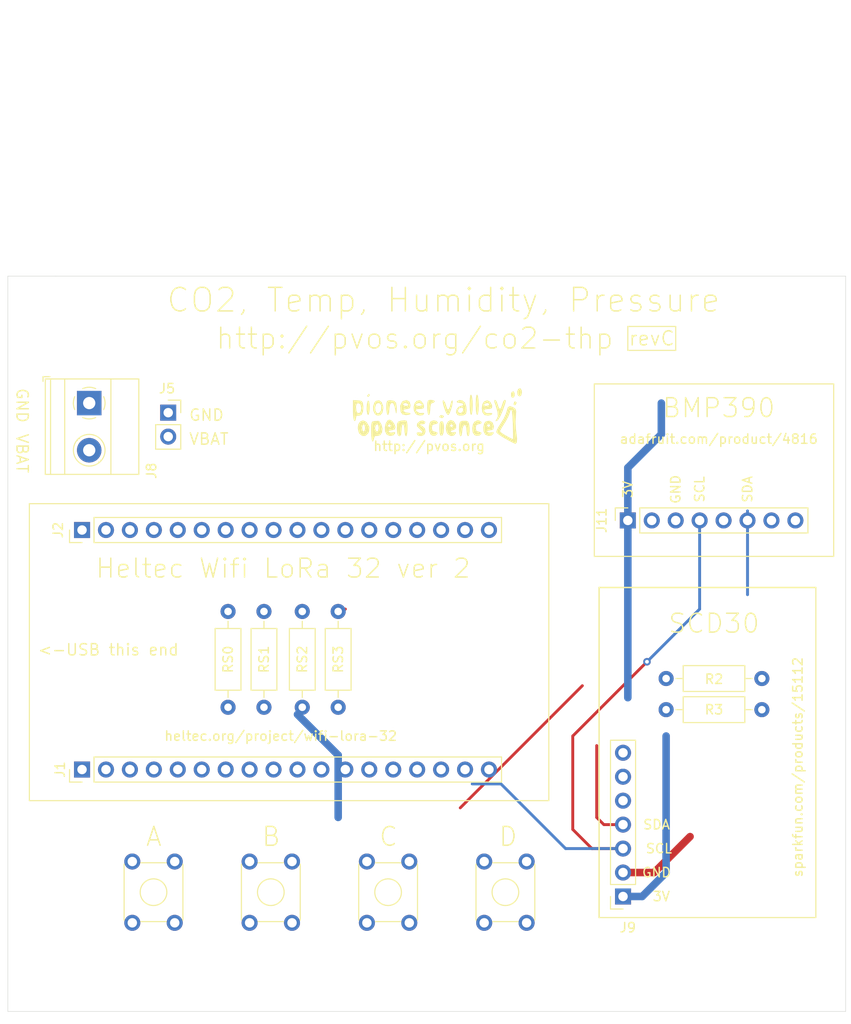
<source format=kicad_pcb>
(kicad_pcb (version 20171130) (host pcbnew 5.1.6-c6e7f7d~87~ubuntu18.04.1)

  (general
    (thickness 1.6)
    (drawings 55)
    (tracks 29)
    (zones 0)
    (modules 21)
    (nets 10)
  )

  (page A4)
  (layers
    (0 F.Cu signal)
    (31 B.Cu signal)
    (32 B.Adhes user)
    (33 F.Adhes user)
    (34 B.Paste user)
    (35 F.Paste user)
    (36 B.SilkS user)
    (37 F.SilkS user)
    (38 B.Mask user)
    (39 F.Mask user)
    (40 Dwgs.User user)
    (41 Cmts.User user)
    (42 Eco1.User user)
    (43 Eco2.User user)
    (44 Edge.Cuts user)
    (45 Margin user)
    (46 B.CrtYd user)
    (47 F.CrtYd user)
    (48 B.Fab user)
    (49 F.Fab user)
  )

  (setup
    (last_trace_width 0.3048)
    (user_trace_width 0.3048)
    (user_trace_width 0.4)
    (user_trace_width 0.508)
    (user_trace_width 0.8)
    (trace_clearance 0.2)
    (zone_clearance 0.508)
    (zone_45_only no)
    (trace_min 0.2)
    (via_size 0.8)
    (via_drill 0.4)
    (via_min_size 0.4)
    (via_min_drill 0.3)
    (uvia_size 0.3)
    (uvia_drill 0.1)
    (uvias_allowed no)
    (uvia_min_size 0.2)
    (uvia_min_drill 0.1)
    (edge_width 0.05)
    (segment_width 0.2)
    (pcb_text_width 0.3)
    (pcb_text_size 1.5 1.5)
    (mod_edge_width 0.12)
    (mod_text_size 1 1)
    (mod_text_width 0.15)
    (pad_size 1.524 1.524)
    (pad_drill 0.762)
    (pad_to_mask_clearance 0.05)
    (aux_axis_origin 0 0)
    (visible_elements FFFDFFFF)
    (pcbplotparams
      (layerselection 0x010fc_ffffffff)
      (usegerberextensions false)
      (usegerberattributes true)
      (usegerberadvancedattributes true)
      (creategerberjobfile true)
      (excludeedgelayer true)
      (linewidth 0.100000)
      (plotframeref false)
      (viasonmask false)
      (mode 1)
      (useauxorigin false)
      (hpglpennumber 1)
      (hpglpenspeed 20)
      (hpglpendiameter 15.000000)
      (psnegative false)
      (psa4output false)
      (plotreference true)
      (plotvalue true)
      (plotinvisibletext false)
      (padsonsilk false)
      (subtractmaskfromsilk false)
      (outputformat 1)
      (mirror false)
      (drillshape 0)
      (scaleselection 1)
      (outputdirectory "gerber/"))
  )

  (net 0 "")
  (net 1 +3V3)
  (net 2 GND)
  (net 3 SDA)
  (net 4 SCL)
  (net 5 VBAT)
  (net 6 36)
  (net 7 37)
  (net 8 38)
  (net 9 39)

  (net_class Default "This is the default net class."
    (clearance 0.2)
    (trace_width 0.25)
    (via_dia 0.8)
    (via_drill 0.4)
    (uvia_dia 0.3)
    (uvia_drill 0.1)
    (add_net +3V3)
    (add_net 36)
    (add_net 37)
    (add_net 38)
    (add_net 39)
    (add_net GND)
    (add_net "Net-(J1-Pad10)")
    (add_net "Net-(J1-Pad11)")
    (add_net "Net-(J1-Pad12)")
    (add_net "Net-(J1-Pad13)")
    (add_net "Net-(J1-Pad14)")
    (add_net "Net-(J1-Pad15)")
    (add_net "Net-(J1-Pad16)")
    (add_net "Net-(J1-Pad17)")
    (add_net "Net-(J1-Pad18)")
    (add_net "Net-(J1-Pad2)")
    (add_net "Net-(J1-Pad4)")
    (add_net "Net-(J1-Pad5)")
    (add_net "Net-(J1-Pad6)")
    (add_net "Net-(J1-Pad7)")
    (add_net "Net-(J1-Pad8)")
    (add_net "Net-(J11-Pad2)")
    (add_net "Net-(J11-Pad5)")
    (add_net "Net-(J11-Pad7)")
    (add_net "Net-(J11-Pad8)")
    (add_net "Net-(J2-Pad1)")
    (add_net "Net-(J2-Pad10)")
    (add_net "Net-(J2-Pad11)")
    (add_net "Net-(J2-Pad12)")
    (add_net "Net-(J2-Pad13)")
    (add_net "Net-(J2-Pad14)")
    (add_net "Net-(J2-Pad15)")
    (add_net "Net-(J2-Pad16)")
    (add_net "Net-(J2-Pad17)")
    (add_net "Net-(J2-Pad3)")
    (add_net "Net-(J2-Pad8)")
    (add_net "Net-(J2-Pad9)")
    (add_net "Net-(J9-Pad5)")
    (add_net "Net-(J9-Pad6)")
    (add_net "Net-(J9-Pad7)")
    (add_net SCL)
    (add_net SDA)
    (add_net VBAT)
  )

  (module kicad:pvos15 (layer F.Cu) (tedit 0) (tstamp 5FB56F36)
    (at 113.792 73.914)
    (fp_text reference G*** (at 0 0) (layer F.SilkS) hide
      (effects (font (size 1.524 1.524) (thickness 0.3)))
    )
    (fp_text value LOGO (at 0.75 0) (layer F.SilkS) hide
      (effects (font (size 1.524 1.524) (thickness 0.3)))
    )
    (fp_poly (pts (xy 8.152827 -0.82763) (xy 8.213772 -0.795749) (xy 8.403537 -0.642486) (xy 8.471266 -0.391675)
      (xy 8.441106 0.058786) (xy 8.432375 0.128618) (xy 8.403043 0.747552) (xy 8.438803 1.457828)
      (xy 8.478876 1.776202) (xy 8.562857 2.483055) (xy 8.539012 2.901891) (xy 8.406229 3.047989)
      (xy 8.386287 3.04815) (xy 8.200915 2.971743) (xy 7.821056 2.778141) (xy 7.358578 2.525682)
      (xy 6.875009 2.234464) (xy 6.516194 1.980874) (xy 6.366996 1.829704) (xy 6.389684 1.725458)
      (xy 6.751898 1.725458) (xy 6.880312 1.857787) (xy 7.200868 2.072335) (xy 7.616536 2.310771)
      (xy 8.030286 2.514764) (xy 8.143729 2.56218) (xy 8.150266 2.417594) (xy 8.147147 2.020696)
      (xy 8.135247 1.440523) (xy 8.124426 1.039032) (xy 8.086204 0.179817) (xy 8.030494 -0.360802)
      (xy 7.956616 -0.585311) (xy 7.863893 -0.496192) (xy 7.780324 -0.219918) (xy 7.620841 0.191505)
      (xy 7.348145 0.697307) (xy 7.209842 0.913142) (xy 6.946232 1.325724) (xy 6.780699 1.634341)
      (xy 6.751898 1.725458) (xy 6.389684 1.725458) (xy 6.414784 1.610137) (xy 6.612325 1.230696)
      (xy 6.82835 0.901081) (xy 7.150655 0.373929) (xy 7.391555 -0.153689) (xy 7.465508 -0.406155)
      (xy 7.589683 -0.819556) (xy 7.795557 -0.947952) (xy 8.152827 -0.82763)) (layer F.SilkS) (width 0.01))
    (fp_poly (pts (xy -6.002284 0.708876) (xy -5.82587 0.994431) (xy -5.715063 1.437732) (xy -5.770311 1.850088)
      (xy -5.958024 2.138532) (xy -6.244614 2.210098) (xy -6.263487 2.205657) (xy -6.509772 2.220617)
      (xy -6.616789 2.483551) (xy -6.622331 2.524599) (xy -6.697632 2.77903) (xy -6.792089 2.801921)
      (xy -6.854939 2.587733) (xy -6.898556 2.151888) (xy -6.912659 1.661182) (xy -6.90755 1.391427)
      (xy -6.503132 1.391427) (xy -6.469879 1.567405) (xy -6.320535 1.762751) (xy -6.175682 1.685041)
      (xy -6.108895 1.375228) (xy -6.108861 1.366456) (xy -6.159334 1.06427) (xy -6.256224 0.964557)
      (xy -6.437732 1.096795) (xy -6.503132 1.391427) (xy -6.90755 1.391427) (xy -6.902114 1.104501)
      (xy -6.855354 0.797204) (xy -6.749688 0.667438) (xy -6.59114 0.643038) (xy -6.266922 0.626793)
      (xy -6.149051 0.607368) (xy -6.002284 0.708876)) (layer F.SilkS) (width 0.01))
    (fp_poly (pts (xy -7.475625 0.689248) (xy -7.356155 0.811771) (xy -7.103949 1.266915) (xy -7.139893 1.719664)
      (xy -7.239834 1.939683) (xy -7.522469 2.206494) (xy -7.868251 2.210772) (xy -8.167834 1.961319)
      (xy -8.222584 1.860589) (xy -8.337557 1.385249) (xy -8.334564 1.366456) (xy -7.877216 1.366456)
      (xy -7.822186 1.668573) (xy -7.716456 1.768355) (xy -7.595609 1.63078) (xy -7.555697 1.366456)
      (xy -7.610726 1.064339) (xy -7.716456 0.964557) (xy -7.837303 1.102132) (xy -7.877216 1.366456)
      (xy -8.334564 1.366456) (xy -8.27164 0.971485) (xy -8.073542 0.678257) (xy -7.791968 0.564525)
      (xy -7.475625 0.689248)) (layer F.SilkS) (width 0.01))
    (fp_poly (pts (xy -4.712684 0.613047) (xy -4.471467 0.914284) (xy -4.343504 1.249388) (xy -4.340507 1.297559)
      (xy -4.438438 1.54036) (xy -4.751893 1.607595) (xy -5.030384 1.659861) (xy -5.059883 1.774894)
      (xy -4.844249 1.867113) (xy -4.629477 1.838404) (xy -4.388689 1.812804) (xy -4.374269 1.952434)
      (xy -4.586314 2.163006) (xy -4.930368 2.21195) (xy -5.250023 2.079733) (xy -5.266751 2.063882)
      (xy -5.43411 1.730543) (xy -5.458944 1.295831) (xy -5.420294 1.125317) (xy -5.144304 1.125317)
      (xy -5.02197 1.281405) (xy -4.983545 1.286076) (xy -4.827457 1.163742) (xy -4.822785 1.125317)
      (xy -4.945119 0.969229) (xy -4.983545 0.964557) (xy -5.139633 1.086891) (xy -5.144304 1.125317)
      (xy -5.420294 1.125317) (xy -5.362545 0.870552) (xy -5.1662 0.565513) (xy -4.962876 0.482279)
      (xy -4.712684 0.613047)) (layer F.SilkS) (width 0.01))
    (fp_poly (pts (xy -3.175916 0.586931) (xy -3.096423 0.779076) (xy -3.059501 1.153568) (xy -3.062448 1.596016)
      (xy -3.102564 1.992026) (xy -3.177149 2.227207) (xy -3.21519 2.250633) (xy -3.315858 2.108015)
      (xy -3.37185 1.751738) (xy -3.37595 1.607595) (xy -3.411604 1.204923) (xy -3.500673 0.980955)
      (xy -3.536709 0.964557) (xy -3.637377 1.107175) (xy -3.693369 1.463452) (xy -3.697469 1.607595)
      (xy -3.742884 2.082371) (xy -3.878324 2.251084) (xy -4.072574 2.14346) (xy -4.139242 1.928703)
      (xy -4.176744 1.520583) (xy -4.179747 1.358404) (xy -4.157076 0.923105) (xy -4.049952 0.70693)
      (xy -3.799707 0.60852) (xy -3.738574 0.596185) (xy -3.374083 0.558498) (xy -3.175916 0.586931)) (layer F.SilkS) (width 0.01))
    (fp_poly (pts (xy -1.190822 0.708531) (xy -1.165507 0.763608) (xy -1.243038 0.926318) (xy -1.473629 0.975438)
      (xy -1.848735 0.986318) (xy -1.479061 1.164317) (xy -1.212709 1.423228) (xy -1.143067 1.766188)
      (xy -1.263849 2.072388) (xy -1.533831 2.217225) (xy -1.853269 2.20647) (xy -1.97592 2.150242)
      (xy -2.092009 1.921549) (xy -1.944875 1.820301) (xy -1.768355 1.848735) (xy -1.497939 1.88793)
      (xy -1.489156 1.764634) (xy -1.739888 1.500236) (xy -1.808545 1.442486) (xy -2.049871 1.183221)
      (xy -2.041733 0.946201) (xy -1.991973 0.854059) (xy -1.731443 0.625729) (xy -1.419686 0.572326)
      (xy -1.190822 0.708531)) (layer F.SilkS) (width 0.01))
    (fp_poly (pts (xy -0.003279 0.616401) (xy 0.157835 0.789476) (xy 0.160759 0.820997) (xy 0.025964 0.937686)
      (xy -0.16076 0.964557) (xy -0.412883 1.058751) (xy -0.482279 1.366456) (xy -0.409077 1.679359)
      (xy -0.14965 1.768352) (xy -0.147363 1.768355) (xy 0.097645 1.845156) (xy 0.120644 1.969304)
      (xy -0.088045 2.184098) (xy -0.406486 2.186855) (xy -0.606194 2.062414) (xy -0.761103 1.73057)
      (xy -0.794599 1.273579) (xy -0.709299 0.849799) (xy -0.583035 0.659949) (xy -0.301248 0.56218)
      (xy -0.003279 0.616401)) (layer F.SilkS) (width 0.01))
    (fp_poly (pts (xy 0.722543 0.738898) (xy 0.794656 1.064013) (xy 0.803797 1.356969) (xy 0.760664 1.88415)
      (xy 0.642461 2.168351) (xy 0.465977 2.174964) (xy 0.424321 2.13909) (xy 0.36115 1.927904)
      (xy 0.324901 1.520011) (xy 0.321519 1.339663) (xy 0.355487 0.872625) (xy 0.470127 0.66597)
      (xy 0.562658 0.643038) (xy 0.722543 0.738898)) (layer F.SilkS) (width 0.01))
    (fp_poly (pts (xy 1.792404 0.612821) (xy 1.864632 0.677321) (xy 2.094589 1.044303) (xy 2.096428 1.36968)
      (xy 1.875965 1.563785) (xy 1.80616 1.578899) (xy 1.559014 1.669384) (xy 1.529979 1.772827)
      (xy 1.731882 1.846552) (xy 1.875818 1.816097) (xy 2.064654 1.808992) (xy 2.059027 1.943687)
      (xy 1.847467 2.185454) (xy 1.526653 2.214583) (xy 1.219925 2.040412) (xy 1.106468 1.871566)
      (xy 1.002656 1.423707) (xy 1.045614 1.125317) (xy 1.446835 1.125317) (xy 1.569169 1.281405)
      (xy 1.607595 1.286076) (xy 1.763683 1.163742) (xy 1.768354 1.125317) (xy 1.64602 0.969229)
      (xy 1.607595 0.964557) (xy 1.451507 1.086891) (xy 1.446835 1.125317) (xy 1.045614 1.125317)
      (xy 1.062892 1.005306) (xy 1.243628 0.68496) (xy 1.501314 0.531266) (xy 1.792404 0.612821)) (layer F.SilkS) (width 0.01))
    (fp_poly (pts (xy 3.171392 0.609214) (xy 3.367672 0.699065) (xy 3.471343 0.941256) (xy 3.524975 1.333515)
      (xy 3.527949 1.759823) (xy 3.479646 2.104162) (xy 3.379446 2.250514) (xy 3.375949 2.250633)
      (xy 3.26897 2.109485) (xy 3.216325 1.763151) (xy 3.21519 1.697463) (xy 3.177193 1.300458)
      (xy 3.084398 1.065755) (xy 3.071275 1.055348) (xy 2.907863 1.096585) (xy 2.784449 1.382996)
      (xy 2.73302 1.838335) (xy 2.732911 1.861883) (xy 2.67619 2.157651) (xy 2.572152 2.250633)
      (xy 2.479524 2.106247) (xy 2.421426 1.737918) (xy 2.411392 1.465577) (xy 2.428736 0.98832)
      (xy 2.508638 0.740547) (xy 2.692899 0.630894) (xy 2.805014 0.605275) (xy 3.171392 0.609214)) (layer F.SilkS) (width 0.01))
    (fp_poly (pts (xy 4.553104 0.573951) (xy 4.797068 0.74774) (xy 4.754253 0.907734) (xy 4.501265 0.964557)
      (xy 4.249142 1.058751) (xy 4.179746 1.366456) (xy 4.252948 1.679359) (xy 4.512376 1.768352)
      (xy 4.514662 1.768355) (xy 4.75967 1.845156) (xy 4.78267 1.969304) (xy 4.569945 2.180466)
      (xy 4.224053 2.189482) (xy 4.032384 2.103816) (xy 3.859075 1.827754) (xy 3.813016 1.400301)
      (xy 3.893009 0.964808) (xy 4.044032 0.709856) (xy 4.359124 0.556443) (xy 4.553104 0.573951)) (layer F.SilkS) (width 0.01))
    (fp_poly (pts (xy 5.970274 0.795997) (xy 6.108264 1.183111) (xy 6.10886 1.213685) (xy 6.042578 1.511744)
      (xy 5.781655 1.605511) (xy 5.697474 1.607595) (xy 5.418983 1.659861) (xy 5.389484 1.774894)
      (xy 5.605118 1.867113) (xy 5.81989 1.838404) (xy 6.060678 1.812804) (xy 6.075098 1.952434)
      (xy 5.863053 2.163006) (xy 5.518999 2.21195) (xy 5.199345 2.079733) (xy 5.182616 2.063882)
      (xy 5.016024 1.724171) (xy 4.98826 1.278562) (xy 5.047975 1.040173) (xy 5.372567 1.040173)
      (xy 5.385443 1.125317) (xy 5.522949 1.278511) (xy 5.546202 1.286076) (xy 5.674013 1.173953)
      (xy 5.706962 1.125317) (xy 5.668787 0.989122) (xy 5.546202 0.964557) (xy 5.372567 1.040173)
      (xy 5.047975 1.040173) (xy 5.090483 0.870483) (xy 5.269024 0.662326) (xy 5.657848 0.600947)
      (xy 5.970274 0.795997)) (layer F.SilkS) (width 0.01))
    (fp_poly (pts (xy -8.319304 -1.553419) (xy -7.9754 -1.506609) (xy -7.815587 -1.347178) (xy -7.751692 -0.976605)
      (xy -7.746273 -0.913148) (xy -7.773179 -0.374949) (xy -7.934631 -0.026726) (xy -8.199822 0.076833)
      (xy -8.290868 0.053625) (xy -8.478706 0.092032) (xy -8.520254 0.30432) (xy -8.584499 0.574748)
      (xy -8.681013 0.643038) (xy -8.763741 0.494521) (xy -8.820816 0.097219) (xy -8.841773 -0.468292)
      (xy -8.841773 -0.842378) (xy -8.520254 -0.842378) (xy -8.485566 -0.468542) (xy -8.409731 -0.264583)
      (xy -8.188979 -0.187809) (xy -8.019702 -0.374254) (xy -7.957595 -0.734612) (xy -8.042636 -1.126751)
      (xy -8.238924 -1.255472) (xy -8.445284 -1.218096) (xy -8.517781 -0.950972) (xy -8.520254 -0.842378)
      (xy -8.841773 -0.842378) (xy -8.841773 -1.579623) (xy -8.319304 -1.553419)) (layer F.SilkS) (width 0.01))
    (fp_poly (pts (xy 7.346773 -1.583308) (xy 7.369996 -1.470062) (xy 7.305288 -1.207281) (xy 7.141318 -0.734388)
      (xy 7.023671 -0.414022) (xy 6.803378 0.096299) (xy 6.58238 0.471503) (xy 6.430379 0.616868)
      (xy 6.27492 0.642785) (xy 6.3458 0.507604) (xy 6.414107 0.422941) (xy 6.529572 0.127626)
      (xy 6.49416 -0.331269) (xy 6.301493 -0.999171) (xy 6.160574 -1.383188) (xy 6.170674 -1.57953)
      (xy 6.239647 -1.607595) (xy 6.385766 -1.468862) (xy 6.50877 -1.134246) (xy 6.510759 -1.125316)
      (xy 6.623683 -0.787934) (xy 6.74915 -0.643135) (xy 6.751898 -0.643038) (xy 6.876901 -0.78151)
      (xy 6.990874 -1.115591) (xy 6.993038 -1.125316) (xy 7.10969 -1.462814) (xy 7.244053 -1.607504)
      (xy 7.24695 -1.607595) (xy 7.346773 -1.583308)) (layer F.SilkS) (width 0.01))
    (fp_poly (pts (xy 0.776592 0.086806) (xy 0.803797 0.16076) (xy 0.673589 0.303382) (xy 0.562658 0.321519)
      (xy 0.348724 0.234714) (xy 0.321519 0.16076) (xy 0.451727 0.018137) (xy 0.562658 0)
      (xy 0.776592 0.086806)) (layer F.SilkS) (width 0.01))
    (fp_poly (pts (xy -5.801589 -1.362114) (xy -5.645159 -0.948491) (xy -5.626583 -0.709389) (xy -5.720347 -0.243738)
      (xy -5.957831 0.025091) (xy -6.273319 0.051744) (xy -6.508277 -0.100862) (xy -6.691956 -0.470657)
      (xy -6.70113 -0.804107) (xy -6.493622 -0.804107) (xy -6.460144 -0.442088) (xy -6.302537 -0.19493)
      (xy -6.078483 -0.205019) (xy -5.887219 -0.45406) (xy -5.85565 -0.553521) (xy -5.831388 -1.003855)
      (xy -6.015877 -1.251412) (xy -6.186941 -1.286076) (xy -6.399014 -1.148225) (xy -6.493622 -0.804107)
      (xy -6.70113 -0.804107) (xy -6.704742 -0.935358) (xy -6.557729 -1.346416) (xy -6.403666 -1.50168)
      (xy -6.072518 -1.564958) (xy -5.801589 -1.362114)) (layer F.SilkS) (width 0.01))
    (fp_poly (pts (xy -1.63431 -1.501475) (xy -1.390647 -1.211742) (xy -1.315085 -0.988328) (xy -1.329559 -0.7477)
      (xy -1.528029 -0.654279) (xy -1.776858 -0.643038) (xy -2.11093 -0.623137) (xy -2.177644 -0.533983)
      (xy -2.080598 -0.390722) (xy -1.77822 -0.215548) (xy -1.578636 -0.214912) (xy -1.337733 -0.222769)
      (xy -1.286076 -0.164458) (xy -1.415897 -0.005225) (xy -1.711503 0.047855) (xy -2.032113 -0.014471)
      (xy -2.173081 -0.106173) (xy -2.376269 -0.459447) (xy -2.408241 -0.865107) (xy -2.33386 -1.125316)
      (xy -2.170254 -1.125316) (xy -2.112594 -1.006801) (xy -1.848735 -0.964557) (xy -1.56936 -1.014558)
      (xy -1.527216 -1.125316) (xy -1.760488 -1.274861) (xy -1.848735 -1.286076) (xy -2.11839 -1.184156)
      (xy -2.170254 -1.125316) (xy -2.33386 -1.125316) (xy -2.300994 -1.240291) (xy -2.086524 -1.502136)
      (xy -1.796826 -1.56778) (xy -1.63431 -1.501475)) (layer F.SilkS) (width 0.01))
    (fp_poly (pts (xy 2.757308 -1.552038) (xy 3.029922 -1.328866) (xy 3.048774 -1.296644) (xy 3.17351 -0.902457)
      (xy 3.21519 -0.511588) (xy 3.154038 -0.148392) (xy 2.919857 0.014934) (xy 2.823683 0.03736)
      (xy 2.44879 0.052707) (xy 2.24696 -0.00227) (xy 2.094956 -0.25089) (xy 2.120867 -0.442057)
      (xy 2.289475 -0.442057) (xy 2.336257 -0.313033) (xy 2.54232 -0.194469) (xy 2.763034 -0.314632)
      (xy 2.865268 -0.53579) (xy 2.79822 -0.764714) (xy 2.673806 -0.803797) (xy 2.381639 -0.693429)
      (xy 2.289475 -0.442057) (xy 2.120867 -0.442057) (xy 2.139515 -0.579635) (xy 2.339118 -0.852548)
      (xy 2.531962 -0.935548) (xy 2.839008 -1.044668) (xy 2.858294 -1.187331) (xy 2.601617 -1.280291)
      (xy 2.482284 -1.286076) (xy 2.20877 -1.337107) (xy 2.170253 -1.446835) (xy 2.422112 -1.599676)
      (xy 2.757308 -1.552038)) (layer F.SilkS) (width 0.01))
    (fp_poly (pts (xy 5.714752 -1.414623) (xy 5.906378 -1.055872) (xy 5.919092 -0.988328) (xy 5.902398 -0.743592)
      (xy 5.694974 -0.651938) (xy 5.482049 -0.643038) (xy 5.147217 -0.606162) (xy 5.068488 -0.469512)
      (xy 5.091693 -0.387501) (xy 5.316798 -0.199434) (xy 5.568926 -0.204449) (xy 5.857003 -0.217429)
      (xy 5.948101 -0.157216) (xy 5.814307 -0.011365) (xy 5.508884 0.05148) (xy 5.175768 0.009895)
      (xy 5.086757 -0.029009) (xy 4.891401 -0.298406) (xy 4.826415 -0.721764) (xy 4.887646 -1.125316)
      (xy 5.063924 -1.125316) (xy 5.113146 -0.998784) (xy 5.295575 -0.964557) (xy 5.561913 -1.030146)
      (xy 5.626582 -1.125316) (xy 5.497061 -1.269505) (xy 5.39493 -1.286076) (xy 5.121229 -1.188101)
      (xy 5.063924 -1.125316) (xy 4.887646 -1.125316) (xy 4.892717 -1.158735) (xy 5.077399 -1.458019)
      (xy 5.40678 -1.566331) (xy 5.714752 -1.414623)) (layer F.SilkS) (width 0.01))
    (fp_poly (pts (xy -7.135056 -1.447506) (xy -7.080822 -1.089235) (xy -7.073418 -0.813285) (xy -7.102016 -0.351663)
      (xy -7.17522 -0.056973) (xy -7.234178 0) (xy -7.330581 -0.143568) (xy -7.387963 -0.506315)
      (xy -7.394937 -0.71393) (xy -7.361642 -1.168273) (xy -7.277797 -1.473383) (xy -7.234178 -1.527215)
      (xy -7.135056 -1.447506)) (layer F.SilkS) (width 0.01))
    (fp_poly (pts (xy -4.480867 -1.509188) (xy -4.273723 -1.288035) (xy -4.200884 -0.843211) (xy -4.200857 -0.562658)
      (xy -4.224245 -0.241652) (xy -4.264581 -0.175574) (xy -4.285034 -0.241139) (xy -4.376799 -0.673597)
      (xy -4.430208 -0.924367) (xy -4.570538 -1.249176) (xy -4.749616 -1.298764) (xy -4.907139 -1.10379)
      (xy -4.982802 -0.694915) (xy -4.983545 -0.643038) (xy -5.019199 -0.240366) (xy -5.108268 -0.016397)
      (xy -5.144304 0) (xy -5.236999 -0.144371) (xy -5.295089 -0.512602) (xy -5.305064 -0.783702)
      (xy -5.292583 -1.252381) (xy -5.223658 -1.483498) (xy -5.051065 -1.560876) (xy -4.862975 -1.568432)
      (xy -4.480867 -1.509188)) (layer F.SilkS) (width 0.01))
    (fp_poly (pts (xy -2.8447 -1.41827) (xy -2.732912 -1.049982) (xy -2.795384 -0.743921) (xy -3.04675 -0.646009)
      (xy -3.148207 -0.643038) (xy -3.451365 -0.580138) (xy -3.493646 -0.442088) (xy -3.297355 -0.2859)
      (xy -3.07835 -0.253903) (xy -2.804605 -0.21177) (xy -2.732912 -0.133334) (xy -2.872648 -0.039455)
      (xy -3.208989 -0.000002) (xy -3.212127 0) (xy -3.586767 -0.065637) (xy -3.766694 -0.311358)
      (xy -3.789022 -0.389183) (xy -3.835201 -0.990744) (xy -3.76928 -1.125316) (xy -3.536709 -1.125316)
      (xy -3.40166 -0.995964) (xy -3.205703 -0.964557) (xy -2.983418 -1.026442) (xy -2.974051 -1.125316)
      (xy -3.20665 -1.273235) (xy -3.305058 -1.286076) (xy -3.512831 -1.196192) (xy -3.536709 -1.125316)
      (xy -3.76928 -1.125316) (xy -3.631275 -1.407038) (xy -3.51837 -1.495379) (xy -3.137936 -1.590761)
      (xy -2.8447 -1.41827)) (layer F.SilkS) (width 0.01))
    (fp_poly (pts (xy -0.260542 -1.552565) (xy -0.16076 -1.446835) (xy -0.290968 -1.304213) (xy -0.401899 -1.286076)
      (xy -0.569571 -1.179893) (xy -0.638662 -0.827906) (xy -0.643038 -0.643038) (xy -0.678693 -0.240366)
      (xy -0.767762 -0.016397) (xy -0.803798 0) (xy -0.895502 -0.144582) (xy -0.953709 -0.514257)
      (xy -0.964557 -0.803797) (xy -0.951527 -1.280843) (xy -0.885028 -1.51883) (xy -0.72395 -1.59998)
      (xy -0.562659 -1.607595) (xy -0.260542 -1.552565)) (layer F.SilkS) (width 0.01))
    (fp_poly (pts (xy 1.711274 -1.557502) (xy 1.735985 -1.353305) (xy 1.671588 -0.9794) (xy 1.551764 -0.55234)
      (xy 1.410192 -0.188677) (xy 1.280552 -0.004963) (xy 1.261204 0) (xy 1.104834 -0.132829)
      (xy 0.961861 -0.408988) (xy 0.762691 -0.994781) (xy 0.675608 -1.393721) (xy 0.707953 -1.562623)
      (xy 0.767983 -1.549349) (xy 0.922551 -1.328292) (xy 1.045649 -0.96131) (xy 1.168137 -0.623135)
      (xy 1.305987 -0.59801) (xy 1.442243 -0.879096) (xy 1.507567 -1.147648) (xy 1.602877 -1.464988)
      (xy 1.700751 -1.565031) (xy 1.711274 -1.557502)) (layer F.SilkS) (width 0.01))
    (fp_poly (pts (xy 3.78044 -1.969398) (xy 3.838498 -1.543131) (xy 3.858227 -1.035449) (xy 3.835326 -0.493158)
      (xy 3.774752 -0.122296) (xy 3.697468 0) (xy 3.615179 -0.148804) (xy 3.558258 -0.548129)
      (xy 3.536712 -1.127346) (xy 3.536708 -1.134804) (xy 3.557338 -1.753587) (xy 3.616339 -2.104955)
      (xy 3.697468 -2.170253) (xy 3.78044 -1.969398)) (layer F.SilkS) (width 0.01))
    (fp_poly (pts (xy 4.423478 -1.969398) (xy 4.481536 -1.543131) (xy 4.501265 -1.035449) (xy 4.478364 -0.493158)
      (xy 4.41779 -0.122296) (xy 4.340506 0) (xy 4.258217 -0.148804) (xy 4.201296 -0.548129)
      (xy 4.17975 -1.127346) (xy 4.179746 -1.134804) (xy 4.200376 -1.753587) (xy 4.259377 -2.104955)
      (xy 4.340506 -2.170253) (xy 4.423478 -1.969398)) (layer F.SilkS) (width 0.01))
    (fp_poly (pts (xy 8.515651 -1.331454) (xy 8.520253 -1.295563) (xy 8.403397 -1.077841) (xy 8.359493 -1.044936)
      (xy 8.221867 -1.08138) (xy 8.198734 -1.196208) (xy 8.282666 -1.416162) (xy 8.359493 -1.446835)
      (xy 8.515651 -1.331454)) (layer F.SilkS) (width 0.01))
    (fp_poly (pts (xy 8.29519 -2.347088) (xy 8.302034 -2.025697) (xy 8.22535 -1.891426) (xy 8.050126 -1.824771)
      (xy 7.941519 -1.993417) (xy 7.934674 -2.314808) (xy 8.011358 -2.44908) (xy 8.186582 -2.515735)
      (xy 8.29519 -2.347088)) (layer F.SilkS) (width 0.01))
    (fp_poly (pts (xy -7.075261 -2.126254) (xy -7.073418 -2.089873) (xy -7.197002 -1.935291) (xy -7.243665 -1.929114)
      (xy -7.339676 -2.027601) (xy -7.314557 -2.089873) (xy -7.170098 -2.243235) (xy -7.14431 -2.250633)
      (xy -7.075261 -2.126254)) (layer F.SilkS) (width 0.01))
    (fp_poly (pts (xy 8.901768 -2.846878) (xy 9.043091 -2.658645) (xy 9.082911 -2.411392) (xy 9.00671 -2.090367)
      (xy 8.836462 -1.967649) (xy 8.659696 -2.090681) (xy 8.625485 -2.163458) (xy 8.589165 -2.494498)
      (xy 8.691837 -2.765544) (xy 8.883133 -2.852002) (xy 8.901768 -2.846878)) (layer F.SilkS) (width 0.01))
  )

  (module TerminalBlock_Phoenix:TerminalBlock_Phoenix_MKDS-1,5-2_1x02_P5.00mm_Horizontal (layer F.Cu) (tedit 5B294EE5) (tstamp 5FB55F79)
    (at 76.962 72.644 270)
    (descr "Terminal Block Phoenix MKDS-1,5-2, 2 pins, pitch 5mm, size 10x9.8mm^2, drill diamater 1.3mm, pad diameter 2.6mm, see http://www.farnell.com/datasheets/100425.pdf, script-generated using https://github.com/pointhi/kicad-footprint-generator/scripts/TerminalBlock_Phoenix")
    (tags "THT Terminal Block Phoenix MKDS-1,5-2 pitch 5mm size 10x9.8mm^2 drill 1.3mm pad 2.6mm")
    (path /5F97732E)
    (fp_text reference J8 (at 7.181 -6.604 90) (layer F.SilkS)
      (effects (font (size 1 1) (thickness 0.15)))
    )
    (fp_text value Screw_Terminal_01x02 (at 2.5 5.66 90) (layer F.Fab) hide
      (effects (font (size 1 1) (thickness 0.15)))
    )
    (fp_line (start 8 -5.71) (end -3 -5.71) (layer F.CrtYd) (width 0.05))
    (fp_line (start 8 5.1) (end 8 -5.71) (layer F.CrtYd) (width 0.05))
    (fp_line (start -3 5.1) (end 8 5.1) (layer F.CrtYd) (width 0.05))
    (fp_line (start -3 -5.71) (end -3 5.1) (layer F.CrtYd) (width 0.05))
    (fp_line (start -2.8 4.9) (end -2.3 4.9) (layer F.SilkS) (width 0.12))
    (fp_line (start -2.8 4.16) (end -2.8 4.9) (layer F.SilkS) (width 0.12))
    (fp_line (start 3.773 1.023) (end 3.726 1.069) (layer F.SilkS) (width 0.12))
    (fp_line (start 6.07 -1.275) (end 6.035 -1.239) (layer F.SilkS) (width 0.12))
    (fp_line (start 3.966 1.239) (end 3.931 1.274) (layer F.SilkS) (width 0.12))
    (fp_line (start 6.275 -1.069) (end 6.228 -1.023) (layer F.SilkS) (width 0.12))
    (fp_line (start 5.955 -1.138) (end 3.863 0.955) (layer F.Fab) (width 0.1))
    (fp_line (start 6.138 -0.955) (end 4.046 1.138) (layer F.Fab) (width 0.1))
    (fp_line (start 0.955 -1.138) (end -1.138 0.955) (layer F.Fab) (width 0.1))
    (fp_line (start 1.138 -0.955) (end -0.955 1.138) (layer F.Fab) (width 0.1))
    (fp_line (start 7.56 -5.261) (end 7.56 4.66) (layer F.SilkS) (width 0.12))
    (fp_line (start -2.56 -5.261) (end -2.56 4.66) (layer F.SilkS) (width 0.12))
    (fp_line (start -2.56 4.66) (end 7.56 4.66) (layer F.SilkS) (width 0.12))
    (fp_line (start -2.56 -5.261) (end 7.56 -5.261) (layer F.SilkS) (width 0.12))
    (fp_line (start -2.56 -2.301) (end 7.56 -2.301) (layer F.SilkS) (width 0.12))
    (fp_line (start -2.5 -2.3) (end 7.5 -2.3) (layer F.Fab) (width 0.1))
    (fp_line (start -2.56 2.6) (end 7.56 2.6) (layer F.SilkS) (width 0.12))
    (fp_line (start -2.5 2.6) (end 7.5 2.6) (layer F.Fab) (width 0.1))
    (fp_line (start -2.56 4.1) (end 7.56 4.1) (layer F.SilkS) (width 0.12))
    (fp_line (start -2.5 4.1) (end 7.5 4.1) (layer F.Fab) (width 0.1))
    (fp_line (start -2.5 4.1) (end -2.5 -5.2) (layer F.Fab) (width 0.1))
    (fp_line (start -2 4.6) (end -2.5 4.1) (layer F.Fab) (width 0.1))
    (fp_line (start 7.5 4.6) (end -2 4.6) (layer F.Fab) (width 0.1))
    (fp_line (start 7.5 -5.2) (end 7.5 4.6) (layer F.Fab) (width 0.1))
    (fp_line (start -2.5 -5.2) (end 7.5 -5.2) (layer F.Fab) (width 0.1))
    (fp_circle (center 5 0) (end 6.68 0) (layer F.SilkS) (width 0.12))
    (fp_circle (center 5 0) (end 6.5 0) (layer F.Fab) (width 0.1))
    (fp_circle (center 0 0) (end 1.5 0) (layer F.Fab) (width 0.1))
    (fp_text user %R (at 2.5 3.2 90) (layer F.Fab)
      (effects (font (size 1 1) (thickness 0.15)))
    )
    (fp_arc (start 0 0) (end -0.684 1.535) (angle -25) (layer F.SilkS) (width 0.12))
    (fp_arc (start 0 0) (end -1.535 -0.684) (angle -48) (layer F.SilkS) (width 0.12))
    (fp_arc (start 0 0) (end 0.684 -1.535) (angle -48) (layer F.SilkS) (width 0.12))
    (fp_arc (start 0 0) (end 1.535 0.684) (angle -48) (layer F.SilkS) (width 0.12))
    (fp_arc (start 0 0) (end 0 1.68) (angle -24) (layer F.SilkS) (width 0.12))
    (pad 2 thru_hole circle (at 5 0 270) (size 2.6 2.6) (drill 1.3) (layers *.Cu *.Mask)
      (net 5 VBAT))
    (pad 1 thru_hole rect (at 0 0 270) (size 2.6 2.6) (drill 1.3) (layers *.Cu *.Mask)
      (net 2 GND))
    (model ${KISYS3DMOD}/TerminalBlock_Phoenix.3dshapes/TerminalBlock_Phoenix_MKDS-1,5-2_1x02_P5.00mm_Horizontal.wrl
      (at (xyz 0 0 0))
      (scale (xyz 1 1 1))
      (rotate (xyz 0 0 0))
    )
  )

  (module Resistor_THT:R_Axial_DIN0207_L6.3mm_D2.5mm_P10.16mm_Horizontal (layer F.Cu) (tedit 5AE5139B) (tstamp 5FB4954F)
    (at 95.504 104.902 90)
    (descr "Resistor, Axial_DIN0207 series, Axial, Horizontal, pin pitch=10.16mm, 0.25W = 1/4W, length*diameter=6.3*2.5mm^2, http://cdn-reichelt.de/documents/datenblatt/B400/1_4W%23YAG.pdf")
    (tags "Resistor Axial_DIN0207 series Axial Horizontal pin pitch 10.16mm 0.25W = 1/4W length 6.3mm diameter 2.5mm")
    (path /5FBA6976)
    (fp_text reference RS1 (at 5.08 0 90) (layer F.SilkS)
      (effects (font (size 1 1) (thickness 0.15)))
    )
    (fp_text value 10K (at 5.08 2.37 90) (layer F.Fab)
      (effects (font (size 1 1) (thickness 0.15)))
    )
    (fp_text user %R (at 5.08 0 90) (layer F.Fab)
      (effects (font (size 1 1) (thickness 0.15)))
    )
    (fp_line (start 1.93 -1.25) (end 1.93 1.25) (layer F.Fab) (width 0.1))
    (fp_line (start 1.93 1.25) (end 8.23 1.25) (layer F.Fab) (width 0.1))
    (fp_line (start 8.23 1.25) (end 8.23 -1.25) (layer F.Fab) (width 0.1))
    (fp_line (start 8.23 -1.25) (end 1.93 -1.25) (layer F.Fab) (width 0.1))
    (fp_line (start 0 0) (end 1.93 0) (layer F.Fab) (width 0.1))
    (fp_line (start 10.16 0) (end 8.23 0) (layer F.Fab) (width 0.1))
    (fp_line (start 1.81 -1.37) (end 1.81 1.37) (layer F.SilkS) (width 0.12))
    (fp_line (start 1.81 1.37) (end 8.35 1.37) (layer F.SilkS) (width 0.12))
    (fp_line (start 8.35 1.37) (end 8.35 -1.37) (layer F.SilkS) (width 0.12))
    (fp_line (start 8.35 -1.37) (end 1.81 -1.37) (layer F.SilkS) (width 0.12))
    (fp_line (start 1.04 0) (end 1.81 0) (layer F.SilkS) (width 0.12))
    (fp_line (start 9.12 0) (end 8.35 0) (layer F.SilkS) (width 0.12))
    (fp_line (start -1.05 -1.5) (end -1.05 1.5) (layer F.CrtYd) (width 0.05))
    (fp_line (start -1.05 1.5) (end 11.21 1.5) (layer F.CrtYd) (width 0.05))
    (fp_line (start 11.21 1.5) (end 11.21 -1.5) (layer F.CrtYd) (width 0.05))
    (fp_line (start 11.21 -1.5) (end -1.05 -1.5) (layer F.CrtYd) (width 0.05))
    (pad 1 thru_hole circle (at 0 0 90) (size 1.6 1.6) (drill 0.8) (layers *.Cu *.Mask)
      (net 1 +3V3))
    (pad 2 thru_hole oval (at 10.16 0 90) (size 1.6 1.6) (drill 0.8) (layers *.Cu *.Mask)
      (net 7 37))
    (model ${KISYS3DMOD}/Resistor_THT.3dshapes/R_Axial_DIN0207_L6.3mm_D2.5mm_P10.16mm_Horizontal.wrl
      (at (xyz 0 0 0))
      (scale (xyz 1 1 1))
      (rotate (xyz 0 0 0))
    )
  )

  (module Connector_PinHeader_2.54mm:PinHeader_1x18_P2.54mm_Vertical (layer F.Cu) (tedit 59FED5CC) (tstamp 5FB52823)
    (at 76.2 86.106 90)
    (descr "Through hole straight pin header, 1x18, 2.54mm pitch, single row")
    (tags "Through hole pin header THT 1x18 2.54mm single row")
    (path /5FB65139)
    (fp_text reference J2 (at 0 -2.54 270) (layer F.SilkS)
      (effects (font (size 1 1) (thickness 0.15)))
    )
    (fp_text value Conn_01x18_Female (at 0 45.51 90) (layer F.Fab)
      (effects (font (size 1 1) (thickness 0.15)))
    )
    (fp_text user %R (at 0 21.59) (layer F.Fab)
      (effects (font (size 1 1) (thickness 0.15)))
    )
    (fp_line (start -0.635 -1.27) (end 1.27 -1.27) (layer F.Fab) (width 0.1))
    (fp_line (start 1.27 -1.27) (end 1.27 44.45) (layer F.Fab) (width 0.1))
    (fp_line (start 1.27 44.45) (end -1.27 44.45) (layer F.Fab) (width 0.1))
    (fp_line (start -1.27 44.45) (end -1.27 -0.635) (layer F.Fab) (width 0.1))
    (fp_line (start -1.27 -0.635) (end -0.635 -1.27) (layer F.Fab) (width 0.1))
    (fp_line (start -1.33 44.51) (end 1.33 44.51) (layer F.SilkS) (width 0.12))
    (fp_line (start -1.33 1.27) (end -1.33 44.51) (layer F.SilkS) (width 0.12))
    (fp_line (start 1.33 1.27) (end 1.33 44.51) (layer F.SilkS) (width 0.12))
    (fp_line (start -1.33 1.27) (end 1.33 1.27) (layer F.SilkS) (width 0.12))
    (fp_line (start -1.33 0) (end -1.33 -1.33) (layer F.SilkS) (width 0.12))
    (fp_line (start -1.33 -1.33) (end 0 -1.33) (layer F.SilkS) (width 0.12))
    (fp_line (start -1.8 -1.8) (end -1.8 44.95) (layer F.CrtYd) (width 0.05))
    (fp_line (start -1.8 44.95) (end 1.8 44.95) (layer F.CrtYd) (width 0.05))
    (fp_line (start 1.8 44.95) (end 1.8 -1.8) (layer F.CrtYd) (width 0.05))
    (fp_line (start 1.8 -1.8) (end -1.8 -1.8) (layer F.CrtYd) (width 0.05))
    (pad 18 thru_hole oval (at 0 43.18 90) (size 1.7 1.7) (drill 1) (layers *.Cu *.Mask)
      (net 3 SDA))
    (pad 17 thru_hole oval (at 0 40.64 90) (size 1.7 1.7) (drill 1) (layers *.Cu *.Mask))
    (pad 16 thru_hole oval (at 0 38.1 90) (size 1.7 1.7) (drill 1) (layers *.Cu *.Mask))
    (pad 15 thru_hole oval (at 0 35.56 90) (size 1.7 1.7) (drill 1) (layers *.Cu *.Mask))
    (pad 14 thru_hole oval (at 0 33.02 90) (size 1.7 1.7) (drill 1) (layers *.Cu *.Mask))
    (pad 13 thru_hole oval (at 0 30.48 90) (size 1.7 1.7) (drill 1) (layers *.Cu *.Mask))
    (pad 12 thru_hole oval (at 0 27.94 90) (size 1.7 1.7) (drill 1) (layers *.Cu *.Mask))
    (pad 11 thru_hole oval (at 0 25.4 90) (size 1.7 1.7) (drill 1) (layers *.Cu *.Mask))
    (pad 10 thru_hole oval (at 0 22.86 90) (size 1.7 1.7) (drill 1) (layers *.Cu *.Mask))
    (pad 9 thru_hole oval (at 0 20.32 90) (size 1.7 1.7) (drill 1) (layers *.Cu *.Mask))
    (pad 8 thru_hole oval (at 0 17.78 90) (size 1.7 1.7) (drill 1) (layers *.Cu *.Mask))
    (pad 7 thru_hole oval (at 0 15.24 90) (size 1.7 1.7) (drill 1) (layers *.Cu *.Mask)
      (net 9 39))
    (pad 6 thru_hole oval (at 0 12.7 90) (size 1.7 1.7) (drill 1) (layers *.Cu *.Mask)
      (net 8 38))
    (pad 5 thru_hole oval (at 0 10.16 90) (size 1.7 1.7) (drill 1) (layers *.Cu *.Mask)
      (net 7 37))
    (pad 4 thru_hole oval (at 0 7.62 90) (size 1.7 1.7) (drill 1) (layers *.Cu *.Mask)
      (net 6 36))
    (pad 3 thru_hole oval (at 0 5.08 90) (size 1.7 1.7) (drill 1) (layers *.Cu *.Mask))
    (pad 2 thru_hole oval (at 0 2.54 90) (size 1.7 1.7) (drill 1) (layers *.Cu *.Mask)
      (net 1 +3V3))
    (pad 1 thru_hole rect (at 0 0 90) (size 1.7 1.7) (drill 1) (layers *.Cu *.Mask))
    (model ${KISYS3DMOD}/Connector_PinHeader_2.54mm.3dshapes/PinHeader_1x18_P2.54mm_Vertical.wrl
      (at (xyz 0 0 0))
      (scale (xyz 1 1 1))
      (rotate (xyz 0 0 0))
    )
  )

  (module Connector_PinHeader_2.54mm:PinHeader_1x18_P2.54mm_Vertical (layer F.Cu) (tedit 59FED5CC) (tstamp 5FB527FD)
    (at 76.2 111.506 90)
    (descr "Through hole straight pin header, 1x18, 2.54mm pitch, single row")
    (tags "Through hole pin header THT 1x18 2.54mm single row")
    (path /5FB5C186)
    (fp_text reference J1 (at 0 -2.33 90) (layer F.SilkS)
      (effects (font (size 1 1) (thickness 0.15)))
    )
    (fp_text value Conn_01x18_Female (at 0 45.51 90) (layer F.Fab)
      (effects (font (size 1 1) (thickness 0.15)))
    )
    (fp_text user %R (at 0 21.59) (layer F.Fab)
      (effects (font (size 1 1) (thickness 0.15)))
    )
    (fp_line (start -0.635 -1.27) (end 1.27 -1.27) (layer F.Fab) (width 0.1))
    (fp_line (start 1.27 -1.27) (end 1.27 44.45) (layer F.Fab) (width 0.1))
    (fp_line (start 1.27 44.45) (end -1.27 44.45) (layer F.Fab) (width 0.1))
    (fp_line (start -1.27 44.45) (end -1.27 -0.635) (layer F.Fab) (width 0.1))
    (fp_line (start -1.27 -0.635) (end -0.635 -1.27) (layer F.Fab) (width 0.1))
    (fp_line (start -1.33 44.51) (end 1.33 44.51) (layer F.SilkS) (width 0.12))
    (fp_line (start -1.33 1.27) (end -1.33 44.51) (layer F.SilkS) (width 0.12))
    (fp_line (start 1.33 1.27) (end 1.33 44.51) (layer F.SilkS) (width 0.12))
    (fp_line (start -1.33 1.27) (end 1.33 1.27) (layer F.SilkS) (width 0.12))
    (fp_line (start -1.33 0) (end -1.33 -1.33) (layer F.SilkS) (width 0.12))
    (fp_line (start -1.33 -1.33) (end 0 -1.33) (layer F.SilkS) (width 0.12))
    (fp_line (start -1.8 -1.8) (end -1.8 44.95) (layer F.CrtYd) (width 0.05))
    (fp_line (start -1.8 44.95) (end 1.8 44.95) (layer F.CrtYd) (width 0.05))
    (fp_line (start 1.8 44.95) (end 1.8 -1.8) (layer F.CrtYd) (width 0.05))
    (fp_line (start 1.8 -1.8) (end -1.8 -1.8) (layer F.CrtYd) (width 0.05))
    (pad 18 thru_hole oval (at 0 43.18 90) (size 1.7 1.7) (drill 1) (layers *.Cu *.Mask))
    (pad 17 thru_hole oval (at 0 40.64 90) (size 1.7 1.7) (drill 1) (layers *.Cu *.Mask))
    (pad 16 thru_hole oval (at 0 38.1 90) (size 1.7 1.7) (drill 1) (layers *.Cu *.Mask))
    (pad 15 thru_hole oval (at 0 35.56 90) (size 1.7 1.7) (drill 1) (layers *.Cu *.Mask))
    (pad 14 thru_hole oval (at 0 33.02 90) (size 1.7 1.7) (drill 1) (layers *.Cu *.Mask))
    (pad 13 thru_hole oval (at 0 30.48 90) (size 1.7 1.7) (drill 1) (layers *.Cu *.Mask))
    (pad 12 thru_hole oval (at 0 27.94 90) (size 1.7 1.7) (drill 1) (layers *.Cu *.Mask))
    (pad 11 thru_hole oval (at 0 25.4 90) (size 1.7 1.7) (drill 1) (layers *.Cu *.Mask))
    (pad 10 thru_hole oval (at 0 22.86 90) (size 1.7 1.7) (drill 1) (layers *.Cu *.Mask))
    (pad 9 thru_hole oval (at 0 20.32 90) (size 1.7 1.7) (drill 1) (layers *.Cu *.Mask)
      (net 4 SCL))
    (pad 8 thru_hole oval (at 0 17.78 90) (size 1.7 1.7) (drill 1) (layers *.Cu *.Mask))
    (pad 7 thru_hole oval (at 0 15.24 90) (size 1.7 1.7) (drill 1) (layers *.Cu *.Mask))
    (pad 6 thru_hole oval (at 0 12.7 90) (size 1.7 1.7) (drill 1) (layers *.Cu *.Mask))
    (pad 5 thru_hole oval (at 0 10.16 90) (size 1.7 1.7) (drill 1) (layers *.Cu *.Mask))
    (pad 4 thru_hole oval (at 0 7.62 90) (size 1.7 1.7) (drill 1) (layers *.Cu *.Mask))
    (pad 3 thru_hole oval (at 0 5.08 90) (size 1.7 1.7) (drill 1) (layers *.Cu *.Mask)
      (net 5 VBAT))
    (pad 2 thru_hole oval (at 0 2.54 90) (size 1.7 1.7) (drill 1) (layers *.Cu *.Mask))
    (pad 1 thru_hole rect (at 0 0 90) (size 1.7 1.7) (drill 1) (layers *.Cu *.Mask)
      (net 2 GND))
    (model ${KISYS3DMOD}/Connector_PinHeader_2.54mm.3dshapes/PinHeader_1x18_P2.54mm_Vertical.wrl
      (at (xyz 0 0 0))
      (scale (xyz 1 1 1))
      (rotate (xyz 0 0 0))
    )
  )

  (module Resistor_THT:R_Axial_DIN0207_L6.3mm_D2.5mm_P10.16mm_Horizontal (layer F.Cu) (tedit 5AE5139B) (tstamp 5FB49489)
    (at 103.378 104.902 90)
    (descr "Resistor, Axial_DIN0207 series, Axial, Horizontal, pin pitch=10.16mm, 0.25W = 1/4W, length*diameter=6.3*2.5mm^2, http://cdn-reichelt.de/documents/datenblatt/B400/1_4W%23YAG.pdf")
    (tags "Resistor Axial_DIN0207 series Axial Horizontal pin pitch 10.16mm 0.25W = 1/4W length 6.3mm diameter 2.5mm")
    (path /5FBA49AD)
    (fp_text reference RS3 (at 5.08 0 90) (layer F.SilkS)
      (effects (font (size 1 1) (thickness 0.15)))
    )
    (fp_text value 10K (at 5.08 2.37 90) (layer F.Fab)
      (effects (font (size 1 1) (thickness 0.15)))
    )
    (fp_text user %R (at 5.08 0 90) (layer F.Fab)
      (effects (font (size 1 1) (thickness 0.15)))
    )
    (fp_line (start 1.93 -1.25) (end 1.93 1.25) (layer F.Fab) (width 0.1))
    (fp_line (start 1.93 1.25) (end 8.23 1.25) (layer F.Fab) (width 0.1))
    (fp_line (start 8.23 1.25) (end 8.23 -1.25) (layer F.Fab) (width 0.1))
    (fp_line (start 8.23 -1.25) (end 1.93 -1.25) (layer F.Fab) (width 0.1))
    (fp_line (start 0 0) (end 1.93 0) (layer F.Fab) (width 0.1))
    (fp_line (start 10.16 0) (end 8.23 0) (layer F.Fab) (width 0.1))
    (fp_line (start 1.81 -1.37) (end 1.81 1.37) (layer F.SilkS) (width 0.12))
    (fp_line (start 1.81 1.37) (end 8.35 1.37) (layer F.SilkS) (width 0.12))
    (fp_line (start 8.35 1.37) (end 8.35 -1.37) (layer F.SilkS) (width 0.12))
    (fp_line (start 8.35 -1.37) (end 1.81 -1.37) (layer F.SilkS) (width 0.12))
    (fp_line (start 1.04 0) (end 1.81 0) (layer F.SilkS) (width 0.12))
    (fp_line (start 9.12 0) (end 8.35 0) (layer F.SilkS) (width 0.12))
    (fp_line (start -1.05 -1.5) (end -1.05 1.5) (layer F.CrtYd) (width 0.05))
    (fp_line (start -1.05 1.5) (end 11.21 1.5) (layer F.CrtYd) (width 0.05))
    (fp_line (start 11.21 1.5) (end 11.21 -1.5) (layer F.CrtYd) (width 0.05))
    (fp_line (start 11.21 -1.5) (end -1.05 -1.5) (layer F.CrtYd) (width 0.05))
    (pad 1 thru_hole circle (at 0 0 90) (size 1.6 1.6) (drill 0.8) (layers *.Cu *.Mask)
      (net 1 +3V3))
    (pad 2 thru_hole oval (at 10.16 0 90) (size 1.6 1.6) (drill 0.8) (layers *.Cu *.Mask)
      (net 9 39))
    (model ${KISYS3DMOD}/Resistor_THT.3dshapes/R_Axial_DIN0207_L6.3mm_D2.5mm_P10.16mm_Horizontal.wrl
      (at (xyz 0 0 0))
      (scale (xyz 1 1 1))
      (rotate (xyz 0 0 0))
    )
  )

  (module Connector_PinSocket_2.54mm:PinSocket_1x02_P2.54mm_Vertical (layer F.Cu) (tedit 5A19A420) (tstamp 5FB55FEA)
    (at 85.344 73.66)
    (descr "Through hole straight socket strip, 1x02, 2.54mm pitch, single row (from Kicad 4.0.7), script generated")
    (tags "Through hole socket strip THT 1x02 2.54mm single row")
    (path /5F909BB4)
    (fp_text reference J5 (at -0.126 -2.555) (layer F.SilkS)
      (effects (font (size 1 1) (thickness 0.15)))
    )
    (fp_text value Conn_01x02_Female (at 0 5.31) (layer F.Fab) hide
      (effects (font (size 1 1) (thickness 0.15)))
    )
    (fp_line (start -1.8 4.3) (end -1.8 -1.8) (layer F.CrtYd) (width 0.05))
    (fp_line (start 1.75 4.3) (end -1.8 4.3) (layer F.CrtYd) (width 0.05))
    (fp_line (start 1.75 -1.8) (end 1.75 4.3) (layer F.CrtYd) (width 0.05))
    (fp_line (start -1.8 -1.8) (end 1.75 -1.8) (layer F.CrtYd) (width 0.05))
    (fp_line (start 0 -1.33) (end 1.33 -1.33) (layer F.SilkS) (width 0.12))
    (fp_line (start 1.33 -1.33) (end 1.33 0) (layer F.SilkS) (width 0.12))
    (fp_line (start 1.33 1.27) (end 1.33 3.87) (layer F.SilkS) (width 0.12))
    (fp_line (start -1.33 3.87) (end 1.33 3.87) (layer F.SilkS) (width 0.12))
    (fp_line (start -1.33 1.27) (end -1.33 3.87) (layer F.SilkS) (width 0.12))
    (fp_line (start -1.33 1.27) (end 1.33 1.27) (layer F.SilkS) (width 0.12))
    (fp_line (start -1.27 3.81) (end -1.27 -1.27) (layer F.Fab) (width 0.1))
    (fp_line (start 1.27 3.81) (end -1.27 3.81) (layer F.Fab) (width 0.1))
    (fp_line (start 1.27 -0.635) (end 1.27 3.81) (layer F.Fab) (width 0.1))
    (fp_line (start 0.635 -1.27) (end 1.27 -0.635) (layer F.Fab) (width 0.1))
    (fp_line (start -1.27 -1.27) (end 0.635 -1.27) (layer F.Fab) (width 0.1))
    (fp_text user %R (at 0 1.27 90) (layer F.Fab)
      (effects (font (size 1 1) (thickness 0.15)))
    )
    (pad 2 thru_hole oval (at 0 2.54) (size 1.7 1.7) (drill 1) (layers *.Cu *.Mask)
      (net 5 VBAT))
    (pad 1 thru_hole rect (at 0 0) (size 1.7 1.7) (drill 1) (layers *.Cu *.Mask)
      (net 2 GND))
    (model ${KISYS3DMOD}/Connector_PinSocket_2.54mm.3dshapes/PinSocket_1x02_P2.54mm_Vertical.wrl
      (at (xyz 0 0 0))
      (scale (xyz 1 1 1))
      (rotate (xyz 0 0 0))
    )
  )

  (module Button_Switch_THT:SW_TH_Tactile_Omron_B3F-10xx (layer F.Cu) (tedit 5D84F0EF) (tstamp 5FB5465A)
    (at 81.534 127.762 90)
    (descr SW_TH_Tactile_Omron_B3F-10xx_https://www.omron.com/ecb/products/pdf/en-b3f.pdf)
    (tags "Omron B3F-10xx")
    (path /5FBA90A9)
    (fp_text reference SW0 (at 8.382 2.286 180) (layer F.SilkS) hide
      (effects (font (size 1 1) (thickness 0.15)))
    )
    (fp_text value SW_Push_Dual (at 3.2 6.5 90) (layer F.Fab)
      (effects (font (size 1 1) (thickness 0.15)))
    )
    (fp_text user %R (at 3.25 2.25 90) (layer F.Fab)
      (effects (font (size 1 1) (thickness 0.15)))
    )
    (fp_line (start 0.25 -0.75) (end 0.25 5.25) (layer F.Fab) (width 0.1))
    (fp_line (start 6.25 -0.75) (end 6.25 5.25) (layer F.Fab) (width 0.1))
    (fp_line (start 0.25 -0.75) (end 6.25 -0.75) (layer F.Fab) (width 0.1))
    (fp_line (start 7.6 5.6) (end 7.6 -1.1) (layer F.CrtYd) (width 0.05))
    (fp_line (start -1.1 5.6) (end 7.6 5.6) (layer F.CrtYd) (width 0.05))
    (fp_line (start -1.1 -1.1) (end -1.1 5.6) (layer F.CrtYd) (width 0.05))
    (fp_circle (center 3.25 2.25) (end 4.25 3.25) (layer F.SilkS) (width 0.12))
    (fp_line (start 0.28 5.37) (end 6.22 5.37) (layer F.SilkS) (width 0.12))
    (fp_line (start 0.28 -0.87) (end 6.22 -0.87) (layer F.SilkS) (width 0.12))
    (fp_line (start 0.13 3.59) (end 0.13 0.91) (layer F.SilkS) (width 0.12))
    (fp_line (start 6.37 0.91) (end 6.37 3.59) (layer F.SilkS) (width 0.12))
    (fp_line (start 0.25 5.25) (end 6.25 5.25) (layer F.Fab) (width 0.1))
    (fp_line (start -1.1 -1.1) (end 7.6 -1.1) (layer F.CrtYd) (width 0.05))
    (pad 4 thru_hole circle (at 6.5 4.5 90) (size 1.7 1.7) (drill 1) (layers *.Cu *.Mask)
      (net 2 GND))
    (pad 3 thru_hole circle (at 0 4.5 90) (size 1.7 1.7) (drill 1) (layers *.Cu *.Mask)
      (net 2 GND))
    (pad 2 thru_hole circle (at 6.5 0 90) (size 1.7 1.7) (drill 1) (layers *.Cu *.Mask)
      (net 6 36))
    (pad 1 thru_hole circle (at 0 0 90) (size 1.7 1.7) (drill 1) (layers *.Cu *.Mask)
      (net 6 36))
    (model ${KISYS3DMOD}/Button_Switch_THT.3dshapes/SW_TH_Tactile_Omron_B3F-10xx.wrl
      (at (xyz 0 0 0))
      (scale (xyz 1 1 1))
      (rotate (xyz 0 0 0))
    )
  )

  (module Button_Switch_THT:SW_TH_Tactile_Omron_B3F-10xx (layer F.Cu) (tedit 5D84F0EF) (tstamp 5FB48210)
    (at 93.98 127.762 90)
    (descr SW_TH_Tactile_Omron_B3F-10xx_https://www.omron.com/ecb/products/pdf/en-b3f.pdf)
    (tags "Omron B3F-10xx")
    (path /5FBA6963)
    (fp_text reference SW1 (at 8.382 2.286 180) (layer F.SilkS) hide
      (effects (font (size 1 1) (thickness 0.15)))
    )
    (fp_text value SW_Push_Dual (at 3.2 6.5 90) (layer F.Fab)
      (effects (font (size 1 1) (thickness 0.15)))
    )
    (fp_text user %R (at 3.25 2.25 90) (layer F.Fab)
      (effects (font (size 1 1) (thickness 0.15)))
    )
    (fp_line (start 0.25 -0.75) (end 0.25 5.25) (layer F.Fab) (width 0.1))
    (fp_line (start 6.25 -0.75) (end 6.25 5.25) (layer F.Fab) (width 0.1))
    (fp_line (start 0.25 -0.75) (end 6.25 -0.75) (layer F.Fab) (width 0.1))
    (fp_line (start 7.6 5.6) (end 7.6 -1.1) (layer F.CrtYd) (width 0.05))
    (fp_line (start -1.1 5.6) (end 7.6 5.6) (layer F.CrtYd) (width 0.05))
    (fp_line (start -1.1 -1.1) (end -1.1 5.6) (layer F.CrtYd) (width 0.05))
    (fp_circle (center 3.25 2.25) (end 4.25 3.25) (layer F.SilkS) (width 0.12))
    (fp_line (start 0.28 5.37) (end 6.22 5.37) (layer F.SilkS) (width 0.12))
    (fp_line (start 0.28 -0.87) (end 6.22 -0.87) (layer F.SilkS) (width 0.12))
    (fp_line (start 0.13 3.59) (end 0.13 0.91) (layer F.SilkS) (width 0.12))
    (fp_line (start 6.37 0.91) (end 6.37 3.59) (layer F.SilkS) (width 0.12))
    (fp_line (start 0.25 5.25) (end 6.25 5.25) (layer F.Fab) (width 0.1))
    (fp_line (start -1.1 -1.1) (end 7.6 -1.1) (layer F.CrtYd) (width 0.05))
    (pad 4 thru_hole circle (at 6.5 4.5 90) (size 1.7 1.7) (drill 1) (layers *.Cu *.Mask)
      (net 2 GND))
    (pad 3 thru_hole circle (at 0 4.5 90) (size 1.7 1.7) (drill 1) (layers *.Cu *.Mask)
      (net 2 GND))
    (pad 2 thru_hole circle (at 6.5 0 90) (size 1.7 1.7) (drill 1) (layers *.Cu *.Mask)
      (net 7 37))
    (pad 1 thru_hole circle (at 0 0 90) (size 1.7 1.7) (drill 1) (layers *.Cu *.Mask)
      (net 7 37))
    (model ${KISYS3DMOD}/Button_Switch_THT.3dshapes/SW_TH_Tactile_Omron_B3F-10xx.wrl
      (at (xyz 0 0 0))
      (scale (xyz 1 1 1))
      (rotate (xyz 0 0 0))
    )
  )

  (module Button_Switch_THT:SW_TH_Tactile_Omron_B3F-10xx (layer F.Cu) (tedit 5D84F0EF) (tstamp 5FB54728)
    (at 118.872 127.762 90)
    (descr SW_TH_Tactile_Omron_B3F-10xx_https://www.omron.com/ecb/products/pdf/en-b3f.pdf)
    (tags "Omron B3F-10xx")
    (path /5FBA499A)
    (fp_text reference SW3 (at 3.25 -2.05 90) (layer F.SilkS) hide
      (effects (font (size 1 1) (thickness 0.15)))
    )
    (fp_text value SW_Push_Dual (at 3.2 6.5 90) (layer F.Fab)
      (effects (font (size 1 1) (thickness 0.15)))
    )
    (fp_text user %R (at 3.25 2.25 90) (layer F.Fab)
      (effects (font (size 1 1) (thickness 0.15)))
    )
    (fp_line (start 0.25 -0.75) (end 0.25 5.25) (layer F.Fab) (width 0.1))
    (fp_line (start 6.25 -0.75) (end 6.25 5.25) (layer F.Fab) (width 0.1))
    (fp_line (start 0.25 -0.75) (end 6.25 -0.75) (layer F.Fab) (width 0.1))
    (fp_line (start 7.6 5.6) (end 7.6 -1.1) (layer F.CrtYd) (width 0.05))
    (fp_line (start -1.1 5.6) (end 7.6 5.6) (layer F.CrtYd) (width 0.05))
    (fp_line (start -1.1 -1.1) (end -1.1 5.6) (layer F.CrtYd) (width 0.05))
    (fp_circle (center 3.25 2.25) (end 4.25 3.25) (layer F.SilkS) (width 0.12))
    (fp_line (start 0.28 5.37) (end 6.22 5.37) (layer F.SilkS) (width 0.12))
    (fp_line (start 0.28 -0.87) (end 6.22 -0.87) (layer F.SilkS) (width 0.12))
    (fp_line (start 0.13 3.59) (end 0.13 0.91) (layer F.SilkS) (width 0.12))
    (fp_line (start 6.37 0.91) (end 6.37 3.59) (layer F.SilkS) (width 0.12))
    (fp_line (start 0.25 5.25) (end 6.25 5.25) (layer F.Fab) (width 0.1))
    (fp_line (start -1.1 -1.1) (end 7.6 -1.1) (layer F.CrtYd) (width 0.05))
    (pad 4 thru_hole circle (at 6.5 4.5 90) (size 1.7 1.7) (drill 1) (layers *.Cu *.Mask)
      (net 2 GND))
    (pad 3 thru_hole circle (at 0 4.5 90) (size 1.7 1.7) (drill 1) (layers *.Cu *.Mask)
      (net 2 GND))
    (pad 2 thru_hole circle (at 6.5 0 90) (size 1.7 1.7) (drill 1) (layers *.Cu *.Mask)
      (net 9 39))
    (pad 1 thru_hole circle (at 0 0 90) (size 1.7 1.7) (drill 1) (layers *.Cu *.Mask)
      (net 9 39))
    (model ${KISYS3DMOD}/Button_Switch_THT.3dshapes/SW_TH_Tactile_Omron_B3F-10xx.wrl
      (at (xyz 0 0 0))
      (scale (xyz 1 1 1))
      (rotate (xyz 0 0 0))
    )
  )

  (module Button_Switch_THT:SW_TH_Tactile_Omron_B3F-10xx (layer F.Cu) (tedit 5D84F0EF) (tstamp 5FB45B33)
    (at 106.426 127.762 90)
    (descr SW_TH_Tactile_Omron_B3F-10xx_https://www.omron.com/ecb/products/pdf/en-b3f.pdf)
    (tags "Omron B3F-10xx")
    (path /5FBA59B8)
    (fp_text reference SW2 (at 3.25 -2.05 90) (layer F.SilkS) hide
      (effects (font (size 1 1) (thickness 0.15)))
    )
    (fp_text value SW_Push_Dual (at 3.2 6.5 90) (layer F.Fab)
      (effects (font (size 1 1) (thickness 0.15)))
    )
    (fp_text user %R (at 3.25 2.25 90) (layer F.Fab)
      (effects (font (size 1 1) (thickness 0.15)))
    )
    (fp_line (start 0.25 -0.75) (end 0.25 5.25) (layer F.Fab) (width 0.1))
    (fp_line (start 6.25 -0.75) (end 6.25 5.25) (layer F.Fab) (width 0.1))
    (fp_line (start 0.25 -0.75) (end 6.25 -0.75) (layer F.Fab) (width 0.1))
    (fp_line (start 7.6 5.6) (end 7.6 -1.1) (layer F.CrtYd) (width 0.05))
    (fp_line (start -1.1 5.6) (end 7.6 5.6) (layer F.CrtYd) (width 0.05))
    (fp_line (start -1.1 -1.1) (end -1.1 5.6) (layer F.CrtYd) (width 0.05))
    (fp_circle (center 3.25 2.25) (end 4.25 3.25) (layer F.SilkS) (width 0.12))
    (fp_line (start 0.28 5.37) (end 6.22 5.37) (layer F.SilkS) (width 0.12))
    (fp_line (start 0.28 -0.87) (end 6.22 -0.87) (layer F.SilkS) (width 0.12))
    (fp_line (start 0.13 3.59) (end 0.13 0.91) (layer F.SilkS) (width 0.12))
    (fp_line (start 6.37 0.91) (end 6.37 3.59) (layer F.SilkS) (width 0.12))
    (fp_line (start 0.25 5.25) (end 6.25 5.25) (layer F.Fab) (width 0.1))
    (fp_line (start -1.1 -1.1) (end 7.6 -1.1) (layer F.CrtYd) (width 0.05))
    (pad 4 thru_hole circle (at 6.5 4.5 90) (size 1.7 1.7) (drill 1) (layers *.Cu *.Mask)
      (net 2 GND))
    (pad 3 thru_hole circle (at 0 4.5 90) (size 1.7 1.7) (drill 1) (layers *.Cu *.Mask)
      (net 2 GND))
    (pad 2 thru_hole circle (at 6.5 0 90) (size 1.7 1.7) (drill 1) (layers *.Cu *.Mask)
      (net 8 38))
    (pad 1 thru_hole circle (at 0 0 90) (size 1.7 1.7) (drill 1) (layers *.Cu *.Mask)
      (net 8 38))
    (model ${KISYS3DMOD}/Button_Switch_THT.3dshapes/SW_TH_Tactile_Omron_B3F-10xx.wrl
      (at (xyz 0 0 0))
      (scale (xyz 1 1 1))
      (rotate (xyz 0 0 0))
    )
  )

  (module Resistor_THT:R_Axial_DIN0207_L6.3mm_D2.5mm_P10.16mm_Horizontal (layer F.Cu) (tedit 5AE5139B) (tstamp 5FB55907)
    (at 91.694 104.902 90)
    (descr "Resistor, Axial_DIN0207 series, Axial, Horizontal, pin pitch=10.16mm, 0.25W = 1/4W, length*diameter=6.3*2.5mm^2, http://cdn-reichelt.de/documents/datenblatt/B400/1_4W%23YAG.pdf")
    (tags "Resistor Axial_DIN0207 series Axial Horizontal pin pitch 10.16mm 0.25W = 1/4W length 6.3mm diameter 2.5mm")
    (path /5FBA90BC)
    (fp_text reference RS0 (at 5.08 0 90) (layer F.SilkS)
      (effects (font (size 1 1) (thickness 0.15)))
    )
    (fp_text value 10K (at 5.08 2.37 90) (layer F.Fab)
      (effects (font (size 1 1) (thickness 0.15)))
    )
    (fp_text user %R (at 5.08 0 90) (layer F.Fab)
      (effects (font (size 1 1) (thickness 0.15)))
    )
    (fp_line (start 1.93 -1.25) (end 1.93 1.25) (layer F.Fab) (width 0.1))
    (fp_line (start 1.93 1.25) (end 8.23 1.25) (layer F.Fab) (width 0.1))
    (fp_line (start 8.23 1.25) (end 8.23 -1.25) (layer F.Fab) (width 0.1))
    (fp_line (start 8.23 -1.25) (end 1.93 -1.25) (layer F.Fab) (width 0.1))
    (fp_line (start 0 0) (end 1.93 0) (layer F.Fab) (width 0.1))
    (fp_line (start 10.16 0) (end 8.23 0) (layer F.Fab) (width 0.1))
    (fp_line (start 1.81 -1.37) (end 1.81 1.37) (layer F.SilkS) (width 0.12))
    (fp_line (start 1.81 1.37) (end 8.35 1.37) (layer F.SilkS) (width 0.12))
    (fp_line (start 8.35 1.37) (end 8.35 -1.37) (layer F.SilkS) (width 0.12))
    (fp_line (start 8.35 -1.37) (end 1.81 -1.37) (layer F.SilkS) (width 0.12))
    (fp_line (start 1.04 0) (end 1.81 0) (layer F.SilkS) (width 0.12))
    (fp_line (start 9.12 0) (end 8.35 0) (layer F.SilkS) (width 0.12))
    (fp_line (start -1.05 -1.5) (end -1.05 1.5) (layer F.CrtYd) (width 0.05))
    (fp_line (start -1.05 1.5) (end 11.21 1.5) (layer F.CrtYd) (width 0.05))
    (fp_line (start 11.21 1.5) (end 11.21 -1.5) (layer F.CrtYd) (width 0.05))
    (fp_line (start 11.21 -1.5) (end -1.05 -1.5) (layer F.CrtYd) (width 0.05))
    (pad 1 thru_hole circle (at 0 0 90) (size 1.6 1.6) (drill 0.8) (layers *.Cu *.Mask)
      (net 1 +3V3))
    (pad 2 thru_hole oval (at 10.16 0 90) (size 1.6 1.6) (drill 0.8) (layers *.Cu *.Mask)
      (net 6 36))
    (model ${KISYS3DMOD}/Resistor_THT.3dshapes/R_Axial_DIN0207_L6.3mm_D2.5mm_P10.16mm_Horizontal.wrl
      (at (xyz 0 0 0))
      (scale (xyz 1 1 1))
      (rotate (xyz 0 0 0))
    )
  )

  (module Resistor_THT:R_Axial_DIN0207_L6.3mm_D2.5mm_P10.16mm_Horizontal (layer F.Cu) (tedit 5AE5139B) (tstamp 5FB49447)
    (at 99.568 104.902 90)
    (descr "Resistor, Axial_DIN0207 series, Axial, Horizontal, pin pitch=10.16mm, 0.25W = 1/4W, length*diameter=6.3*2.5mm^2, http://cdn-reichelt.de/documents/datenblatt/B400/1_4W%23YAG.pdf")
    (tags "Resistor Axial_DIN0207 series Axial Horizontal pin pitch 10.16mm 0.25W = 1/4W length 6.3mm diameter 2.5mm")
    (path /5FBA59CB)
    (fp_text reference RS2 (at 5.08 0 90) (layer F.SilkS)
      (effects (font (size 1 1) (thickness 0.15)))
    )
    (fp_text value 10K (at 5.08 2.37 90) (layer F.Fab)
      (effects (font (size 1 1) (thickness 0.15)))
    )
    (fp_text user %R (at 5.08 0 90) (layer F.Fab)
      (effects (font (size 1 1) (thickness 0.15)))
    )
    (fp_line (start 1.93 -1.25) (end 1.93 1.25) (layer F.Fab) (width 0.1))
    (fp_line (start 1.93 1.25) (end 8.23 1.25) (layer F.Fab) (width 0.1))
    (fp_line (start 8.23 1.25) (end 8.23 -1.25) (layer F.Fab) (width 0.1))
    (fp_line (start 8.23 -1.25) (end 1.93 -1.25) (layer F.Fab) (width 0.1))
    (fp_line (start 0 0) (end 1.93 0) (layer F.Fab) (width 0.1))
    (fp_line (start 10.16 0) (end 8.23 0) (layer F.Fab) (width 0.1))
    (fp_line (start 1.81 -1.37) (end 1.81 1.37) (layer F.SilkS) (width 0.12))
    (fp_line (start 1.81 1.37) (end 8.35 1.37) (layer F.SilkS) (width 0.12))
    (fp_line (start 8.35 1.37) (end 8.35 -1.37) (layer F.SilkS) (width 0.12))
    (fp_line (start 8.35 -1.37) (end 1.81 -1.37) (layer F.SilkS) (width 0.12))
    (fp_line (start 1.04 0) (end 1.81 0) (layer F.SilkS) (width 0.12))
    (fp_line (start 9.12 0) (end 8.35 0) (layer F.SilkS) (width 0.12))
    (fp_line (start -1.05 -1.5) (end -1.05 1.5) (layer F.CrtYd) (width 0.05))
    (fp_line (start -1.05 1.5) (end 11.21 1.5) (layer F.CrtYd) (width 0.05))
    (fp_line (start 11.21 1.5) (end 11.21 -1.5) (layer F.CrtYd) (width 0.05))
    (fp_line (start 11.21 -1.5) (end -1.05 -1.5) (layer F.CrtYd) (width 0.05))
    (pad 1 thru_hole circle (at 0 0 90) (size 1.6 1.6) (drill 0.8) (layers *.Cu *.Mask)
      (net 1 +3V3))
    (pad 2 thru_hole oval (at 10.16 0 90) (size 1.6 1.6) (drill 0.8) (layers *.Cu *.Mask)
      (net 8 38))
    (model ${KISYS3DMOD}/Resistor_THT.3dshapes/R_Axial_DIN0207_L6.3mm_D2.5mm_P10.16mm_Horizontal.wrl
      (at (xyz 0 0 0))
      (scale (xyz 1 1 1))
      (rotate (xyz 0 0 0))
    )
  )

  (module Connector_PinSocket_2.54mm:PinSocket_1x08_P2.54mm_Vertical (layer F.Cu) (tedit 5A19A420) (tstamp 5FB5429A)
    (at 134.112 85.09 90)
    (descr "Through hole straight socket strip, 1x08, 2.54mm pitch, single row (from Kicad 4.0.7), script generated")
    (tags "Through hole socket strip THT 1x08 2.54mm single row")
    (path /5FADE7E5)
    (fp_text reference J11 (at 0 -2.77 90) (layer F.SilkS)
      (effects (font (size 1 1) (thickness 0.15)))
    )
    (fp_text value BME390 (at 0 20.55 90) (layer F.Fab)
      (effects (font (size 1 1) (thickness 0.15)))
    )
    (fp_line (start -1.27 -1.27) (end 0.635 -1.27) (layer F.Fab) (width 0.1))
    (fp_line (start 0.635 -1.27) (end 1.27 -0.635) (layer F.Fab) (width 0.1))
    (fp_line (start 1.27 -0.635) (end 1.27 19.05) (layer F.Fab) (width 0.1))
    (fp_line (start 1.27 19.05) (end -1.27 19.05) (layer F.Fab) (width 0.1))
    (fp_line (start -1.27 19.05) (end -1.27 -1.27) (layer F.Fab) (width 0.1))
    (fp_line (start -1.33 1.27) (end 1.33 1.27) (layer F.SilkS) (width 0.12))
    (fp_line (start -1.33 1.27) (end -1.33 19.11) (layer F.SilkS) (width 0.12))
    (fp_line (start -1.33 19.11) (end 1.33 19.11) (layer F.SilkS) (width 0.12))
    (fp_line (start 1.33 1.27) (end 1.33 19.11) (layer F.SilkS) (width 0.12))
    (fp_line (start 1.33 -1.33) (end 1.33 0) (layer F.SilkS) (width 0.12))
    (fp_line (start 0 -1.33) (end 1.33 -1.33) (layer F.SilkS) (width 0.12))
    (fp_line (start -1.8 -1.8) (end 1.75 -1.8) (layer F.CrtYd) (width 0.05))
    (fp_line (start 1.75 -1.8) (end 1.75 19.55) (layer F.CrtYd) (width 0.05))
    (fp_line (start 1.75 19.55) (end -1.8 19.55) (layer F.CrtYd) (width 0.05))
    (fp_line (start -1.8 19.55) (end -1.8 -1.8) (layer F.CrtYd) (width 0.05))
    (fp_text user %R (at 0 8.89) (layer F.Fab)
      (effects (font (size 1 1) (thickness 0.15)))
    )
    (pad 8 thru_hole oval (at 0 17.78 90) (size 1.7 1.7) (drill 1) (layers *.Cu *.Mask))
    (pad 7 thru_hole oval (at 0 15.24 90) (size 1.7 1.7) (drill 1) (layers *.Cu *.Mask))
    (pad 6 thru_hole oval (at 0 12.7 90) (size 1.7 1.7) (drill 1) (layers *.Cu *.Mask)
      (net 3 SDA))
    (pad 5 thru_hole oval (at 0 10.16 90) (size 1.7 1.7) (drill 1) (layers *.Cu *.Mask))
    (pad 4 thru_hole oval (at 0 7.62 90) (size 1.7 1.7) (drill 1) (layers *.Cu *.Mask)
      (net 4 SCL))
    (pad 3 thru_hole oval (at 0 5.08 90) (size 1.7 1.7) (drill 1) (layers *.Cu *.Mask)
      (net 2 GND))
    (pad 2 thru_hole oval (at 0 2.54 90) (size 1.7 1.7) (drill 1) (layers *.Cu *.Mask))
    (pad 1 thru_hole rect (at 0 0 90) (size 1.7 1.7) (drill 1) (layers *.Cu *.Mask)
      (net 1 +3V3))
    (model ${KISYS3DMOD}/Connector_PinSocket_2.54mm.3dshapes/PinSocket_1x08_P2.54mm_Vertical.wrl
      (at (xyz 0 0 0))
      (scale (xyz 1 1 1))
      (rotate (xyz 0 0 0))
    )
  )

  (module Connector_PinSocket_2.54mm:PinSocket_1x07_P2.54mm_Vertical (layer F.Cu) (tedit 5A19A433) (tstamp 5FADB381)
    (at 133.604 124.968 180)
    (descr "Through hole straight socket strip, 1x07, 2.54mm pitch, single row (from Kicad 4.0.7), script generated")
    (tags "Through hole socket strip THT 1x07 2.54mm single row")
    (path /5FB57B67)
    (fp_text reference J9 (at -0.508 -3.302 180) (layer F.SilkS)
      (effects (font (size 1 1) (thickness 0.15)))
    )
    (fp_text value SCD30 (at 0 18.01) (layer F.Fab)
      (effects (font (size 1 1) (thickness 0.15)))
    )
    (fp_line (start -1.27 -1.27) (end 0.635 -1.27) (layer F.Fab) (width 0.1))
    (fp_line (start 0.635 -1.27) (end 1.27 -0.635) (layer F.Fab) (width 0.1))
    (fp_line (start 1.27 -0.635) (end 1.27 16.51) (layer F.Fab) (width 0.1))
    (fp_line (start 1.27 16.51) (end -1.27 16.51) (layer F.Fab) (width 0.1))
    (fp_line (start -1.27 16.51) (end -1.27 -1.27) (layer F.Fab) (width 0.1))
    (fp_line (start -1.33 1.27) (end 1.33 1.27) (layer F.SilkS) (width 0.12))
    (fp_line (start -1.33 1.27) (end -1.33 16.57) (layer F.SilkS) (width 0.12))
    (fp_line (start -1.33 16.57) (end 1.33 16.57) (layer F.SilkS) (width 0.12))
    (fp_line (start 1.33 1.27) (end 1.33 16.57) (layer F.SilkS) (width 0.12))
    (fp_line (start 1.33 -1.33) (end 1.33 0) (layer F.SilkS) (width 0.12))
    (fp_line (start 0 -1.33) (end 1.33 -1.33) (layer F.SilkS) (width 0.12))
    (fp_line (start -1.8 -1.8) (end 1.75 -1.8) (layer F.CrtYd) (width 0.05))
    (fp_line (start 1.75 -1.8) (end 1.75 17) (layer F.CrtYd) (width 0.05))
    (fp_line (start 1.75 17) (end -1.8 17) (layer F.CrtYd) (width 0.05))
    (fp_line (start -1.8 17) (end -1.8 -1.8) (layer F.CrtYd) (width 0.05))
    (fp_text user %R (at 0 7.62 90) (layer F.Fab)
      (effects (font (size 1 1) (thickness 0.15)))
    )
    (pad 7 thru_hole oval (at 0 15.24 180) (size 1.7 1.7) (drill 1) (layers *.Cu *.Mask))
    (pad 6 thru_hole oval (at 0 12.7 180) (size 1.7 1.7) (drill 1) (layers *.Cu *.Mask))
    (pad 5 thru_hole oval (at 0 10.16 180) (size 1.7 1.7) (drill 1) (layers *.Cu *.Mask))
    (pad 4 thru_hole oval (at 0 7.62 180) (size 1.7 1.7) (drill 1) (layers *.Cu *.Mask)
      (net 3 SDA))
    (pad 3 thru_hole oval (at 0 5.08 180) (size 1.7 1.7) (drill 1) (layers *.Cu *.Mask)
      (net 4 SCL))
    (pad 2 thru_hole oval (at 0 2.54 180) (size 1.7 1.7) (drill 1) (layers *.Cu *.Mask)
      (net 2 GND))
    (pad 1 thru_hole rect (at 0 0 180) (size 1.7 1.7) (drill 1) (layers *.Cu *.Mask)
      (net 1 +3V3))
    (model ${KISYS3DMOD}/Connector_PinSocket_2.54mm.3dshapes/PinSocket_1x07_P2.54mm_Vertical.wrl
      (at (xyz 0 0 0))
      (scale (xyz 1 1 1))
      (rotate (xyz 0 0 0))
    )
  )

  (module MountingHole:MountingHole_2.7mm_M2.5 (layer F.Cu) (tedit 56D1B4CB) (tstamp 5FB4881C)
    (at 152.654 133.35 90)
    (descr "Mounting Hole 2.7mm, no annular, M2.5")
    (tags "mounting hole 2.7mm no annular m2.5")
    (path /5F9D006D)
    (attr virtual)
    (fp_text reference H4 (at 0 -3.7 90) (layer F.SilkS) hide
      (effects (font (size 1 1) (thickness 0.15)))
    )
    (fp_text value MountingHole (at 0 3.7 90) (layer F.Fab)
      (effects (font (size 1 1) (thickness 0.15)))
    )
    (fp_circle (center 0 0) (end 2.95 0) (layer F.CrtYd) (width 0.05))
    (fp_circle (center 0 0) (end 2.7 0) (layer Cmts.User) (width 0.15))
    (fp_text user %R (at 0.3 0 90) (layer F.Fab)
      (effects (font (size 1 1) (thickness 0.15)))
    )
    (pad 1 np_thru_hole circle (at 0 0 90) (size 2.7 2.7) (drill 2.7) (layers *.Cu *.Mask))
  )

  (module MountingHole:MountingHole_2.7mm_M2.5 (layer F.Cu) (tedit 56D1B4CB) (tstamp 5FB534F2)
    (at 72.644 133.604)
    (descr "Mounting Hole 2.7mm, no annular, M2.5")
    (tags "mounting hole 2.7mm no annular m2.5")
    (path /5F9CFBAC)
    (attr virtual)
    (fp_text reference H3 (at 0 -3.7) (layer F.SilkS) hide
      (effects (font (size 1 1) (thickness 0.15)))
    )
    (fp_text value MountingHole (at 0 3.7) (layer F.Fab)
      (effects (font (size 1 1) (thickness 0.15)))
    )
    (fp_circle (center 0 0) (end 2.7 0) (layer Cmts.User) (width 0.15))
    (fp_circle (center 0 0) (end 2.95 0) (layer F.CrtYd) (width 0.05))
    (fp_text user %R (at 0.3 0) (layer F.Fab)
      (effects (font (size 1 1) (thickness 0.15)))
    )
    (pad 1 np_thru_hole circle (at 0 0) (size 2.7 2.7) (drill 2.7) (layers *.Cu *.Mask))
  )

  (module MountingHole:MountingHole_2.7mm_M2.5 (layer F.Cu) (tedit 56D1B4CB) (tstamp 5F90E08D)
    (at 152.654 63.246)
    (descr "Mounting Hole 2.7mm, no annular, M2.5")
    (tags "mounting hole 2.7mm no annular m2.5")
    (path /5F9CF5FF)
    (attr virtual)
    (fp_text reference H2 (at 0 -3.7) (layer F.SilkS) hide
      (effects (font (size 1 1) (thickness 0.15)))
    )
    (fp_text value MountingHole (at 0 3.7) (layer F.Fab)
      (effects (font (size 1 1) (thickness 0.15)))
    )
    (fp_circle (center 0 0) (end 2.95 0) (layer F.CrtYd) (width 0.05))
    (fp_circle (center 0 0) (end 2.7 0) (layer Cmts.User) (width 0.15))
    (fp_text user %R (at 0.3 0) (layer F.Fab)
      (effects (font (size 1 1) (thickness 0.15)))
    )
    (pad 1 np_thru_hole circle (at 0 0) (size 2.7 2.7) (drill 2.7) (layers *.Cu *.Mask))
  )

  (module MountingHole:MountingHole_2.7mm_M2.5 (layer F.Cu) (tedit 56D1B4CB) (tstamp 5F90E085)
    (at 72.644 63.246)
    (descr "Mounting Hole 2.7mm, no annular, M2.5")
    (tags "mounting hole 2.7mm no annular m2.5")
    (path /5F9CF16D)
    (attr virtual)
    (fp_text reference H1 (at 0 -3.7) (layer F.SilkS) hide
      (effects (font (size 1 1) (thickness 0.15)))
    )
    (fp_text value MountingHole (at 0 3.7) (layer F.Fab) hide
      (effects (font (size 1 1) (thickness 0.15)))
    )
    (fp_circle (center 0 0) (end 2.7 0) (layer Cmts.User) (width 0.15))
    (fp_circle (center 0 0) (end 2.95 0) (layer F.CrtYd) (width 0.05))
    (fp_text user %R (at 0.3 0) (layer F.Fab)
      (effects (font (size 1 1) (thickness 0.15)))
    )
    (pad 1 np_thru_hole circle (at 0 0) (size 2.7 2.7) (drill 2.7) (layers *.Cu *.Mask))
  )

  (module Resistor_THT:R_Axial_DIN0207_L6.3mm_D2.5mm_P10.16mm_Horizontal (layer F.Cu) (tedit 5AE5139B) (tstamp 5FB5424D)
    (at 148.336 105.156 180)
    (descr "Resistor, Axial_DIN0207 series, Axial, Horizontal, pin pitch=10.16mm, 0.25W = 1/4W, length*diameter=6.3*2.5mm^2, http://cdn-reichelt.de/documents/datenblatt/B400/1_4W%23YAG.pdf")
    (tags "Resistor Axial_DIN0207 series Axial Horizontal pin pitch 10.16mm 0.25W = 1/4W length 6.3mm diameter 2.5mm")
    (path /5F98BC9A)
    (fp_text reference R3 (at 5.08 0 180) (layer F.SilkS)
      (effects (font (size 1 1) (thickness 0.15)))
    )
    (fp_text value R (at 5.08 2.37) (layer F.Fab)
      (effects (font (size 1 1) (thickness 0.15)))
    )
    (fp_line (start 1.93 -1.25) (end 1.93 1.25) (layer F.Fab) (width 0.1))
    (fp_line (start 1.93 1.25) (end 8.23 1.25) (layer F.Fab) (width 0.1))
    (fp_line (start 8.23 1.25) (end 8.23 -1.25) (layer F.Fab) (width 0.1))
    (fp_line (start 8.23 -1.25) (end 1.93 -1.25) (layer F.Fab) (width 0.1))
    (fp_line (start 0 0) (end 1.93 0) (layer F.Fab) (width 0.1))
    (fp_line (start 10.16 0) (end 8.23 0) (layer F.Fab) (width 0.1))
    (fp_line (start 1.81 -1.37) (end 1.81 1.37) (layer F.SilkS) (width 0.12))
    (fp_line (start 1.81 1.37) (end 8.35 1.37) (layer F.SilkS) (width 0.12))
    (fp_line (start 8.35 1.37) (end 8.35 -1.37) (layer F.SilkS) (width 0.12))
    (fp_line (start 8.35 -1.37) (end 1.81 -1.37) (layer F.SilkS) (width 0.12))
    (fp_line (start 1.04 0) (end 1.81 0) (layer F.SilkS) (width 0.12))
    (fp_line (start 9.12 0) (end 8.35 0) (layer F.SilkS) (width 0.12))
    (fp_line (start -1.05 -1.5) (end -1.05 1.5) (layer F.CrtYd) (width 0.05))
    (fp_line (start -1.05 1.5) (end 11.21 1.5) (layer F.CrtYd) (width 0.05))
    (fp_line (start 11.21 1.5) (end 11.21 -1.5) (layer F.CrtYd) (width 0.05))
    (fp_line (start 11.21 -1.5) (end -1.05 -1.5) (layer F.CrtYd) (width 0.05))
    (fp_text user %R (at 5.08 0) (layer F.Fab)
      (effects (font (size 1 1) (thickness 0.15)))
    )
    (pad 1 thru_hole circle (at 0 0 180) (size 1.6 1.6) (drill 0.8) (layers *.Cu *.Mask)
      (net 1 +3V3))
    (pad 2 thru_hole oval (at 10.16 0 180) (size 1.6 1.6) (drill 0.8) (layers *.Cu *.Mask)
      (net 3 SDA))
    (model ${KISYS3DMOD}/Resistor_THT.3dshapes/R_Axial_DIN0207_L6.3mm_D2.5mm_P10.16mm_Horizontal.wrl
      (at (xyz 0 0 0))
      (scale (xyz 1 1 1))
      (rotate (xyz 0 0 0))
    )
  )

  (module Resistor_THT:R_Axial_DIN0207_L6.3mm_D2.5mm_P10.16mm_Horizontal (layer F.Cu) (tedit 5AE5139B) (tstamp 5FB542F2)
    (at 148.336 101.854 180)
    (descr "Resistor, Axial_DIN0207 series, Axial, Horizontal, pin pitch=10.16mm, 0.25W = 1/4W, length*diameter=6.3*2.5mm^2, http://cdn-reichelt.de/documents/datenblatt/B400/1_4W%23YAG.pdf")
    (tags "Resistor Axial_DIN0207 series Axial Horizontal pin pitch 10.16mm 0.25W = 1/4W length 6.3mm diameter 2.5mm")
    (path /5F989DB1)
    (fp_text reference R2 (at 5.08 -0.064 180) (layer F.SilkS)
      (effects (font (size 1 1) (thickness 0.15)))
    )
    (fp_text value R (at 5.08 2.37) (layer F.Fab)
      (effects (font (size 1 1) (thickness 0.15)))
    )
    (fp_line (start 1.93 -1.25) (end 1.93 1.25) (layer F.Fab) (width 0.1))
    (fp_line (start 1.93 1.25) (end 8.23 1.25) (layer F.Fab) (width 0.1))
    (fp_line (start 8.23 1.25) (end 8.23 -1.25) (layer F.Fab) (width 0.1))
    (fp_line (start 8.23 -1.25) (end 1.93 -1.25) (layer F.Fab) (width 0.1))
    (fp_line (start 0 0) (end 1.93 0) (layer F.Fab) (width 0.1))
    (fp_line (start 10.16 0) (end 8.23 0) (layer F.Fab) (width 0.1))
    (fp_line (start 1.81 -1.37) (end 1.81 1.37) (layer F.SilkS) (width 0.12))
    (fp_line (start 1.81 1.37) (end 8.35 1.37) (layer F.SilkS) (width 0.12))
    (fp_line (start 8.35 1.37) (end 8.35 -1.37) (layer F.SilkS) (width 0.12))
    (fp_line (start 8.35 -1.37) (end 1.81 -1.37) (layer F.SilkS) (width 0.12))
    (fp_line (start 1.04 0) (end 1.81 0) (layer F.SilkS) (width 0.12))
    (fp_line (start 9.12 0) (end 8.35 0) (layer F.SilkS) (width 0.12))
    (fp_line (start -1.05 -1.5) (end -1.05 1.5) (layer F.CrtYd) (width 0.05))
    (fp_line (start -1.05 1.5) (end 11.21 1.5) (layer F.CrtYd) (width 0.05))
    (fp_line (start 11.21 1.5) (end 11.21 -1.5) (layer F.CrtYd) (width 0.05))
    (fp_line (start 11.21 -1.5) (end -1.05 -1.5) (layer F.CrtYd) (width 0.05))
    (fp_text user %R (at 5.08 0) (layer F.Fab)
      (effects (font (size 1 1) (thickness 0.15)))
    )
    (pad 1 thru_hole circle (at 0 0 180) (size 1.6 1.6) (drill 0.8) (layers *.Cu *.Mask)
      (net 1 +3V3))
    (pad 2 thru_hole oval (at 10.16 0 180) (size 1.6 1.6) (drill 0.8) (layers *.Cu *.Mask)
      (net 4 SCL))
    (model ${KISYS3DMOD}/Resistor_THT.3dshapes/R_Axial_DIN0207_L6.3mm_D2.5mm_P10.16mm_Horizontal.wrl
      (at (xyz 0 0 0))
      (scale (xyz 1 1 1))
      (rotate (xyz 0 0 0))
    )
  )

  (gr_text heltec.org/project/wifi-lora-32 (at 97.282 107.95) (layer F.SilkS) (tstamp 5FB56747)
    (effects (font (size 1 1) (thickness 0.15)))
  )
  (gr_text "Heltec Wifi LoRa 32 ver 2" (at 97.536 90.17) (layer F.SilkS) (tstamp 5FB557F2)
    (effects (font (size 2 2) (thickness 0.15)))
  )
  (gr_line (start 110.998 127.762) (end 118.872 127.762) (layer Dwgs.User) (width 0.15) (tstamp 5FB546C9))
  (gr_line (start 86.106 127.762) (end 93.98 127.762) (layer Dwgs.User) (width 0.15))
  (gr_line (start 152.654 133.35) (end 71.374 133.35) (layer Dwgs.User) (width 0.15))
  (gr_line (start 72.644 29.972) (end 72.644 105.156) (layer Dwgs.User) (width 0.15) (tstamp 5FB55F46))
  (gr_line (start 73.406 59.182) (end 68.326 59.182) (layer Edge.Cuts) (width 0.05))
  (gr_line (start 152.654 63.246) (end 72.654 63.246) (layer Dwgs.User) (width 0.15))
  (dimension 80.01 (width 0.15) (layer Dwgs.User)
    (gr_text "80.010 mm" (at 112.649 45.182) (layer Dwgs.User)
      (effects (font (size 1 1) (thickness 0.15)))
    )
    (feature1 (pts (xy 72.644 63.246) (xy 72.644 45.895579)))
    (feature2 (pts (xy 152.654 63.246) (xy 152.654 45.895579)))
    (crossbar (pts (xy 152.654 46.482) (xy 72.644 46.482)))
    (arrow1a (pts (xy 72.644 46.482) (xy 73.770504 45.895579)))
    (arrow1b (pts (xy 72.644 46.482) (xy 73.770504 47.068421)))
    (arrow2a (pts (xy 152.654 46.482) (xy 151.527496 45.895579)))
    (arrow2b (pts (xy 152.654 46.482) (xy 151.527496 47.068421)))
  )
  (dimension 74.422 (width 0.15) (layer Dwgs.User)
    (gr_text "74.422 mm" (at 115.443 52.294) (layer Dwgs.User)
      (effects (font (size 1 1) (thickness 0.15)))
    )
    (feature1 (pts (xy 78.232 63.246) (xy 78.232 53.007579)))
    (feature2 (pts (xy 152.654 63.246) (xy 152.654 53.007579)))
    (crossbar (pts (xy 152.654 53.594) (xy 78.232 53.594)))
    (arrow1a (pts (xy 78.232 53.594) (xy 79.358504 53.007579)))
    (arrow1b (pts (xy 78.232 53.594) (xy 79.358504 54.180421)))
    (arrow2a (pts (xy 152.654 53.594) (xy 151.527496 53.007579)))
    (arrow2b (pts (xy 152.654 53.594) (xy 151.527496 54.180421)))
  )
  (gr_line (start 125.73 114.808) (end 125.73 83.312) (layer F.SilkS) (width 0.12) (tstamp 5FB54226))
  (gr_line (start 70.612 114.808) (end 125.73 114.808) (layer F.SilkS) (width 0.12))
  (gr_line (start 70.612 83.312) (end 70.612 114.808) (layer F.SilkS) (width 0.12))
  (gr_line (start 125.73 83.312) (end 70.612 83.312) (layer F.SilkS) (width 0.12) (tstamp 5FB54229))
  (gr_text "<-USB this end" (at 78.994 98.806) (layer F.SilkS) (tstamp 5FB5408B)
    (effects (font (size 1.2 1.2) (thickness 0.15)))
  )
  (gr_text sparkfun.com/products/15112 (at 152.146 111.252 90) (layer F.SilkS)
    (effects (font (size 1 1) (thickness 0.15)))
  )
  (gr_text adafruit.com/product/4816 (at 143.764 76.454) (layer F.SilkS) (tstamp 5FB5427A)
    (effects (font (size 1 1) (thickness 0.15)))
  )
  (gr_text GND (at 89.408 73.914) (layer F.SilkS) (tstamp 5FB55F49)
    (effects (font (size 1.2 1.2) (thickness 0.15)))
  )
  (gr_text VBAT (at 89.662 76.454) (layer F.SilkS) (tstamp 5FB56015)
    (effects (font (size 1.2 1.2) (thickness 0.15)))
  )
  (gr_line (start 139.192 64.516) (end 139.192 67.056) (layer F.SilkS) (width 0.12) (tstamp 5FB4D2BC))
  (gr_line (start 134.112 64.516) (end 139.192 64.516) (layer F.SilkS) (width 0.12) (tstamp 5FB4D2C5))
  (gr_line (start 134.112 67.056) (end 134.112 64.516) (layer F.SilkS) (width 0.12) (tstamp 5FB4D2BF))
  (gr_line (start 139.192 67.056) (end 134.112 67.056) (layer F.SilkS) (width 0.12) (tstamp 5FB4D2C2))
  (gr_text SDA (at 137.16 117.348) (layer F.SilkS) (tstamp 5FB54082)
    (effects (font (size 1 1) (thickness 0.15)))
  )
  (gr_text 3V (at 137.668 124.968) (layer F.SilkS) (tstamp 5FB5407C)
    (effects (font (size 1 1) (thickness 0.15)))
  )
  (gr_text D (at 121.412 118.618) (layer F.SilkS) (tstamp 5FB54711)
    (effects (font (size 2 2) (thickness 0.15)))
  )
  (gr_text C (at 108.712 118.618) (layer F.SilkS) (tstamp 5FB48535)
    (effects (font (size 2 2) (thickness 0.15)))
  )
  (gr_text B (at 96.266 118.618) (layer F.SilkS) (tstamp 5FB48535)
    (effects (font (size 2 2) (thickness 0.15)))
  )
  (gr_text A (at 83.82 118.618) (layer F.SilkS) (tstamp 5FB484F8)
    (effects (font (size 2 2) (thickness 0.15)))
  )
  (gr_text http://pvos.org (at 113.03 77.216) (layer F.SilkS) (tstamp 5FB53501)
    (effects (font (size 1 1) (thickness 0.15)))
  )
  (gr_text revC (at 136.652 65.786) (layer F.SilkS) (tstamp 5FB4D2CB)
    (effects (font (size 1.5 1.5) (thickness 0.15)))
  )
  (gr_text GND (at 137.16 122.428) (layer F.SilkS) (tstamp 5FB5407F)
    (effects (font (size 1 1) (thickness 0.15)))
  )
  (gr_text SCL (at 137.414 119.888) (layer F.SilkS) (tstamp 5FAEB745)
    (effects (font (size 1 1) (thickness 0.15)))
  )
  (gr_text SDA (at 146.812 81.788 90) (layer F.SilkS) (tstamp 5FB54232)
    (effects (font (size 1 1) (thickness 0.15)))
  )
  (gr_text 3V (at 134.112 81.788 90) (layer F.SilkS) (tstamp 5FB54235)
    (effects (font (size 1 1) (thickness 0.15)))
  )
  (gr_text GND (at 139.192 81.788 90) (layer F.SilkS) (tstamp 5FB542D7)
    (effects (font (size 1 1) (thickness 0.15)))
  )
  (gr_text SCL (at 141.732 81.788 90) (layer F.SilkS) (tstamp 5FB5431F)
    (effects (font (size 1 1) (thickness 0.15)))
  )
  (gr_text "CO2, Temp, Humidity, Pressure" (at 114.554 61.722) (layer F.SilkS) (tstamp 5FAE9AD6)
    (effects (font (size 2.5 2.5) (thickness 0.15)))
  )
  (gr_line (start 157.226 137.16) (end 157.226 59.182) (layer Edge.Cuts) (width 0.05) (tstamp 5FB5422C))
  (gr_line (start 68.326 59.182) (end 68.326 137.16) (layer Edge.Cuts) (width 0.05) (tstamp 5FB55FD3))
  (gr_line (start 157.226 59.182) (end 73.406 59.182) (layer Edge.Cuts) (width 0.05))
  (gr_text BMP390 (at 143.764 73.152) (layer F.SilkS) (tstamp 5FB5422F)
    (effects (font (size 2 2) (thickness 0.15)))
  )
  (gr_line (start 130.556 88.9) (end 130.556 70.612) (layer F.SilkS) (width 0.12) (tstamp 5FB542D4))
  (gr_line (start 155.956 70.612) (end 130.556 70.612) (layer F.SilkS) (width 0.12) (tstamp 5FB5427D))
  (gr_line (start 155.956 88.9) (end 130.556 88.9) (layer F.SilkS) (width 0.12) (tstamp 5FB542DA))
  (gr_line (start 155.956 88.9) (end 155.956 70.612) (layer F.SilkS) (width 0.12) (tstamp 5FB542D1))
  (gr_line (start 154.064 92.202) (end 154.064 127.196) (layer F.SilkS) (width 0.12))
  (gr_line (start 131.064 127.202) (end 154.058 127.202) (layer F.SilkS) (width 0.12))
  (gr_text SCD30 (at 143.256 96.012) (layer F.SilkS) (tstamp 5FADB5D4)
    (effects (font (size 2 2) (thickness 0.15)))
  )
  (gr_line (start 68.326 137.16) (end 157.226 137.16) (layer Edge.Cuts) (width 0.05))
  (gr_line (start 131.064 92.202) (end 154.064 92.202) (layer F.SilkS) (width 0.15) (tstamp 5FADB3B6))
  (gr_line (start 131.064 92.202) (end 131.064 127.202) (layer F.SilkS) (width 0.15) (tstamp 5FADB3B9))
  (gr_text VBAT (at 69.85 77.978 270) (layer F.SilkS) (tstamp 5FB55FD0)
    (effects (font (size 1.2 1.2) (thickness 0.15)))
  )
  (gr_text GND (at 69.85 72.898 270) (layer F.SilkS) (tstamp 5FB55F4C)
    (effects (font (size 1.2 1.2) (thickness 0.15)))
  )
  (gr_text http://pvos.org/co2-thp (at 111.506 65.786) (layer F.SilkS) (tstamp 5FB4D2C8)
    (effects (font (size 2.2 2.2) (thickness 0.15)))
  )

  (segment (start 134.112 85.09) (end 134.112 103.886) (width 0.8) (layer B.Cu) (net 1))
  (segment (start 138.176 107.95) (end 138.176 122.428) (width 0.8) (layer B.Cu) (net 1))
  (segment (start 135.636 124.968) (end 133.604 124.968) (width 0.8) (layer B.Cu) (net 1))
  (segment (start 138.176 122.428) (end 135.636 124.968) (width 0.8) (layer B.Cu) (net 1))
  (segment (start 134.112 79.502) (end 137.668 75.946) (width 0.8) (layer B.Cu) (net 1))
  (segment (start 134.112 85.09) (end 134.112 79.502) (width 0.8) (layer B.Cu) (net 1))
  (segment (start 137.668 75.946) (end 137.668 72.644) (width 0.8) (layer B.Cu) (net 1))
  (segment (start 136.906 122.428) (end 133.604 122.428) (width 0.8) (layer F.Cu) (net 2))
  (segment (start 140.716 118.618) (end 136.906 122.428) (width 0.8) (layer F.Cu) (net 2))
  (segment (start 103.378 109.982) (end 103.378 116.586) (width 0.8) (layer B.Cu) (net 2))
  (segment (start 99.06 105.664) (end 103.378 109.982) (width 0.8) (layer B.Cu) (net 2))
  (segment (start 146.812 84.074) (end 146.812 85.09) (width 0.3048) (layer B.Cu) (net 3))
  (segment (start 133.604 117.348) (end 131.572 117.348) (width 0.3048) (layer F.Cu) (net 3))
  (segment (start 131.572 117.348) (end 130.81 116.586) (width 0.3048) (layer F.Cu) (net 3))
  (segment (start 130.81 116.586) (end 130.81 108.966) (width 0.3048) (layer F.Cu) (net 3))
  (segment (start 146.812 92.964) (end 146.812 85.09) (width 0.3048) (layer B.Cu) (net 3))
  (segment (start 141.986 84.836) (end 141.732 85.09) (width 0.3048) (layer B.Cu) (net 4))
  (via (at 136.144 100.076) (size 0.8) (drill 0.4) (layers F.Cu B.Cu) (net 4))
  (segment (start 141.732 85.09) (end 141.732 94.488) (width 0.3048) (layer B.Cu) (net 4))
  (segment (start 141.732 94.488) (end 136.144 100.076) (width 0.3048) (layer B.Cu) (net 4))
  (segment (start 136.144 100.076) (end 128.27 107.95) (width 0.3048) (layer F.Cu) (net 4))
  (segment (start 128.27 107.95) (end 128.27 117.856) (width 0.3048) (layer F.Cu) (net 4))
  (segment (start 130.302 119.888) (end 133.604 119.888) (width 0.3048) (layer F.Cu) (net 4))
  (segment (start 128.27 117.856) (end 130.302 119.888) (width 0.3048) (layer F.Cu) (net 4))
  (segment (start 133.604 119.888) (end 127.508 119.888) (width 0.3048) (layer B.Cu) (net 4))
  (segment (start 120.65 113.03) (end 127.508 119.888) (width 0.3048) (layer B.Cu) (net 4))
  (segment (start 117.602 113.03) (end 120.65 113.03) (width 0.3048) (layer B.Cu) (net 4))
  (segment (start 103.886 94.742) (end 104.14 94.488) (width 0.3048) (layer F.Cu) (net 9))
  (segment (start 129.286 102.616) (end 116.332 115.57) (width 0.3048) (layer F.Cu) (net 9))

)

</source>
